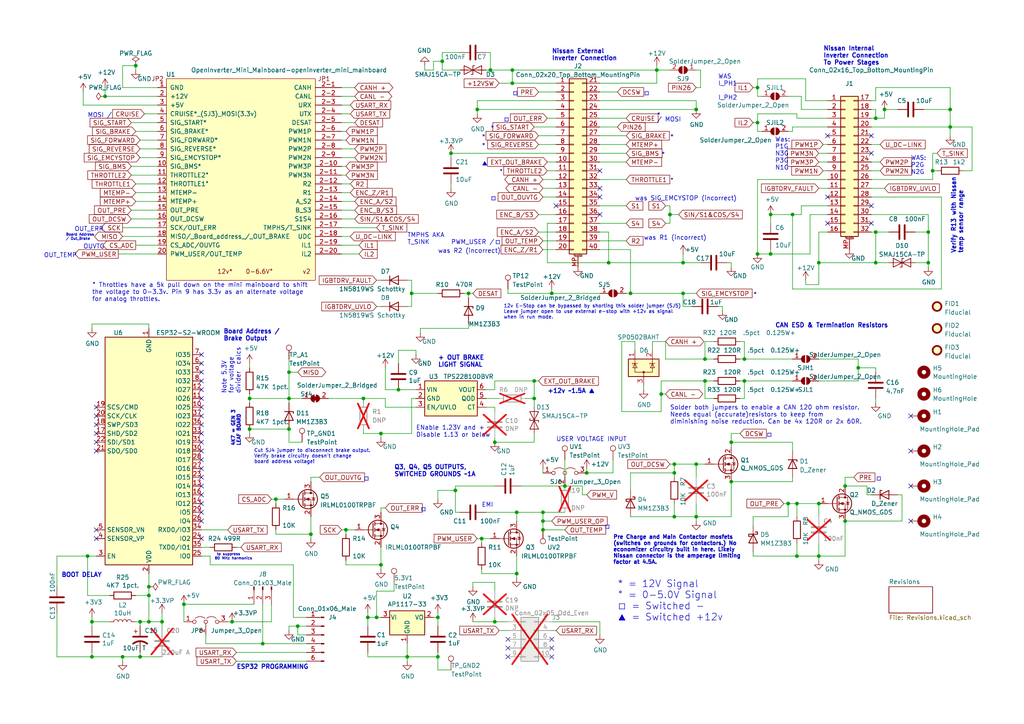
<source format=kicad_sch>
(kicad_sch (version 20230121) (generator eeschema)
  (paper "A4")
  (title_block (title "Gen 3 Nissan Leaf Mini Mainboard Adapter") (date "2024-03-29") (rev "V0.0.4"))
  (junction (at 43.18 180.34))
  (junction (at 149.86 148.59))
  (junction (at 245.11 151.13))
  (junction (at 39.37 19.05))
  (junction (at 275.59 36.83))
  (junction (at 212.09 139.7))
  (junction (at 40.64 190.5))
  (junction (at 72.39 115.57))
  (junction (at 223.52 73.66))
  (junction (at 229.87 62.23))
  (junction (at 118.11 190.5))
  (junction (at 154.94 115.57))
  (junction (at 53.34 175.26))
  (junction (at 160.02 85.09))
  (junction (at 191.77 114.3))
  (junction (at 201.93 31.75))
  (junction (at 109.22 179.07))
  (junction (at 237.49 161.29))
  (junction (at 163.83 140.97))
  (junction (at 245.11 140.97))
  (junction (at 154.94 110.49))
  (junction (at 128.27 17.78))
  (junction (at 237.49 76.2))
  (junction (at 219.71 25.4))
  (junction (at 72.39 124.46))
  (junction (at 67.31 180.34))
  (junction (at 110.49 163.83))
  (junction (at 248.92 106.68))
  (junction (at 182.88 85.09))
  (junction (at 143.51 128.27))
  (junction (at 170.18 137.16))
  (junction (at 157.48 151.13))
  (junction (at 195.58 149.86))
  (junction (at 195.58 134.62))
  (junction (at 83.82 107.95))
  (junction (at 83.82 124.46))
  (junction (at 269.24 76.2))
  (junction (at 148.59 20.32))
  (junction (at 190.5 20.32))
  (junction (at 80.01 144.78))
  (junction (at 269.24 67.31))
  (junction (at 204.47 110.49))
  (junction (at 223.52 62.23))
  (junction (at 275.59 31.75))
  (junction (at 139.7 156.21))
  (junction (at 100.33 153.67))
  (junction (at 231.14 146.05))
  (junction (at 43.18 172.72))
  (junction (at 215.9 110.49))
  (junction (at 90.17 154.94))
  (junction (at 176.53 76.2))
  (junction (at 40.64 180.34))
  (junction (at 105.41 115.57))
  (junction (at 228.6 146.05))
  (junction (at 254 34.29))
  (junction (at 26.67 180.34))
  (junction (at 26.67 190.5))
  (junction (at 30.48 27.94))
  (junction (at 130.81 44.45))
  (junction (at 132.08 142.24))
  (junction (at 201.93 134.62))
  (junction (at 148.59 24.13))
  (junction (at 106.68 179.07))
  (junction (at 219.71 35.56))
  (junction (at 127 190.5))
  (junction (at 86.36 181.61))
  (junction (at 138.43 31.75))
  (junction (at 212.09 128.27))
  (junction (at 43.18 170.18))
  (junction (at 198.12 76.2))
  (junction (at 157.48 148.59))
  (junction (at 215.9 104.14))
  (junction (at 195.58 137.16))
  (junction (at 110.49 125.73))
  (junction (at 25.4 161.29))
  (junction (at 254 67.31))
  (junction (at 254 76.2))
  (junction (at 119.38 85.09))
  (junction (at 135.89 85.09))
  (junction (at 231.14 161.29))
  (junction (at 256.54 31.75))
  (junction (at 142.24 20.32))
  (junction (at 201.93 149.86))
  (junction (at 115.57 113.03))
  (junction (at 83.82 115.57))
  (junction (at 127 179.07))
  (junction (at 35.56 190.5))
  (junction (at 204.47 104.14))
  (junction (at 194.31 62.23))
  (junction (at 149.86 166.37))
  (junction (at 143.51 180.34))
  (junction (at 76.2 186.69))
  (junction (at 157.48 153.67))
  (junction (at 46.99 180.34))
  (junction (at 270.51 49.53))
  (junction (at 237.49 146.05))
  (junction (at 198.12 85.09))
  (junction (at 219.71 73.66))
  (no_connect (at 252.73 39.37))
  (no_connect (at 173.99 57.15))
  (no_connect (at 252.73 59.69))
  (no_connect (at 58.42 120.65))
  (no_connect (at 58.42 156.21))
  (no_connect (at 160.02 185.42))
  (no_connect (at 173.99 49.53))
  (no_connect (at 240.03 39.37))
  (no_connect (at 27.94 128.27))
  (no_connect (at 58.42 143.51))
  (no_connect (at 240.03 57.15))
  (no_connect (at 147.32 185.42))
  (no_connect (at 58.42 115.57))
  (no_connect (at 160.02 190.5))
  (no_connect (at 58.42 125.73))
  (no_connect (at 27.94 130.81))
  (no_connect (at 58.42 107.95))
  (no_connect (at 58.42 118.11))
  (no_connect (at 147.32 190.5))
  (no_connect (at 27.94 153.67))
  (no_connect (at 173.99 62.23))
  (no_connect (at 240.03 64.77))
  (no_connect (at 58.42 135.89))
  (no_connect (at 27.94 156.21))
  (no_connect (at 252.73 44.45))
  (no_connect (at 58.42 113.03))
  (no_connect (at 252.73 64.77))
  (no_connect (at 58.42 105.41))
  (no_connect (at 58.42 140.97))
  (no_connect (at 58.42 146.05))
  (no_connect (at 58.42 148.59))
  (no_connect (at 58.42 130.81))
  (no_connect (at 264.16 120.65))
  (no_connect (at 264.16 130.81))
  (no_connect (at 264.16 151.13))
  (no_connect (at 264.16 140.97))
  (no_connect (at 58.42 151.13))
  (no_connect (at 160.02 187.96))
  (no_connect (at 58.42 133.35))
  (no_connect (at 58.42 128.27))
  (no_connect (at 27.94 118.11))
  (no_connect (at 58.42 123.19))
  (no_connect (at 161.29 59.69))
  (no_connect (at 147.32 187.96))
  (no_connect (at 58.42 102.87))
  (no_connect (at 58.42 110.49))
  (no_connect (at 173.99 54.61))
  (no_connect (at 27.94 123.19))
  (no_connect (at 58.42 138.43))
  (no_connect (at 27.94 120.65))
  (no_connect (at 27.94 125.73))
  (wire (pts (xy 270.51 49.53) (xy 270.51 52.07)))
  (wire (pts (xy 83.82 104.14) (xy 83.82 107.95)))
  (wire (pts (xy 40.64 190.5) (xy 40.64 189.23)))
  (wire (pts (xy 254 115.57) (xy 254 116.84)))
  (wire (pts (xy 201.93 29.21) (xy 201.93 31.75)))
  (wire (pts (xy 151.13 140.97) (xy 163.83 140.97)))
  (wire (pts (xy 127 144.78) (xy 127 142.24)))
  (wire (pts (xy 90.17 149.86) (xy 90.17 154.94)))
  (wire (pts (xy 173.99 52.07) (xy 181.61 52.07)))
  (wire (pts (xy 43.18 95.25) (xy 43.18 93.98)))
  (wire (pts (xy 231.14 157.48) (xy 231.14 161.29)))
  (wire (pts (xy 207.01 99.06) (xy 204.47 99.06)))
  (wire (pts (xy 78.74 144.78) (xy 80.01 144.78)))
  (wire (pts (xy 252.73 41.91) (xy 255.27 41.91)))
  (wire (pts (xy 212.09 139.7) (xy 212.09 149.86)))
  (wire (pts (xy 273.05 57.15) (xy 273.05 83.82)))
  (wire (pts (xy 190.5 24.13) (xy 190.5 20.32)))
  (wire (pts (xy 228.6 146.05) (xy 231.14 146.05)))
  (wire (pts (xy 219.71 25.4) (xy 219.71 22.86)))
  (wire (pts (xy 140.97 118.11) (xy 143.51 118.11)))
  (wire (pts (xy 218.44 161.29) (xy 231.14 161.29)))
  (wire (pts (xy 191.77 114.3) (xy 193.04 114.3)))
  (wire (pts (xy 182.88 72.39) (xy 182.88 85.09)))
  (wire (pts (xy 132.08 142.24) (xy 132.08 140.97)))
  (wire (pts (xy 176.53 67.31) (xy 173.99 67.31)))
  (wire (pts (xy 120.65 101.6) (xy 120.65 102.87)))
  (wire (pts (xy 238.76 146.05) (xy 237.49 146.05)))
  (wire (pts (xy 72.39 114.3) (xy 72.39 115.57)))
  (wire (pts (xy 223.52 72.39) (xy 223.52 73.66)))
  (wire (pts (xy 252.73 31.75) (xy 254 31.75)))
  (wire (pts (xy 26.67 93.98) (xy 26.67 95.25)))
  (wire (pts (xy 248.92 106.68) (xy 254 106.68)))
  (wire (pts (xy 228.6 27.94) (xy 232.41 27.94)))
  (wire (pts (xy 193.04 104.14) (xy 193.04 99.06)))
  (wire (pts (xy 201.93 149.86) (xy 212.09 149.86)))
  (wire (pts (xy 110.49 179.07) (xy 109.22 179.07)))
  (wire (pts (xy 143.51 118.11) (xy 143.51 119.38)))
  (wire (pts (xy 154.94 110.49) (xy 156.21 110.49)))
  (wire (pts (xy 128.27 15.24) (xy 128.27 17.78)))
  (wire (pts (xy 34.29 73.66) (xy 45.72 73.66)))
  (wire (pts (xy 111.76 113.03) (xy 115.57 113.03)))
  (wire (pts (xy 156.21 62.23) (xy 161.29 62.23)))
  (wire (pts (xy 26.67 181.61) (xy 26.67 180.34)))
  (wire (pts (xy 218.44 160.02) (xy 218.44 161.29)))
  (wire (pts (xy 115.57 105.41) (xy 115.57 101.6)))
  (wire (pts (xy 261.62 151.13) (xy 261.62 143.51)))
  (wire (pts (xy 78.74 180.34) (xy 67.31 180.34)))
  (wire (pts (xy 119.38 125.73) (xy 110.49 125.73)))
  (wire (pts (xy 237.49 44.45) (xy 240.03 44.45)))
  (wire (pts (xy 99.06 33.02) (xy 101.6 33.02)))
  (wire (pts (xy 39.37 38.1) (xy 45.72 38.1)))
  (wire (pts (xy 237.49 146.05) (xy 237.49 149.86)))
  (wire (pts (xy 248.92 104.14) (xy 248.92 106.68)))
  (wire (pts (xy 134.62 85.09) (xy 135.89 85.09)))
  (wire (pts (xy 173.99 24.13) (xy 190.5 24.13)))
  (wire (pts (xy 219.71 27.94) (xy 219.71 25.4)))
  (wire (pts (xy 140.97 113.03) (xy 143.51 113.03)))
  (wire (pts (xy 58.42 158.75) (xy 60.96 158.75)))
  (wire (pts (xy 181.61 85.09) (xy 182.88 85.09)))
  (wire (pts (xy 40.64 40.64) (xy 45.72 40.64)))
  (wire (pts (xy 177.8 137.16) (xy 177.8 133.35)))
  (wire (pts (xy 40.64 45.72) (xy 45.72 45.72)))
  (wire (pts (xy 265.43 67.31) (xy 269.24 67.31)))
  (wire (pts (xy 218.44 25.4) (xy 219.71 25.4)))
  (wire (pts (xy 95.25 115.57) (xy 105.41 115.57)))
  (wire (pts (xy 238.76 41.91) (xy 240.03 41.91)))
  (wire (pts (xy 157.48 54.61) (xy 161.29 54.61)))
  (wire (pts (xy 102.87 45.72) (xy 99.06 45.72)))
  (wire (pts (xy 228.6 146.05) (xy 228.6 149.86)))
  (wire (pts (xy 26.67 179.07) (xy 26.67 180.34)))
  (wire (pts (xy 133.35 148.59) (xy 132.08 148.59)))
  (wire (pts (xy 16.51 190.5) (xy 26.67 190.5)))
  (wire (pts (xy 248.92 110.49) (xy 237.49 110.49)))
  (wire (pts (xy 123.19 20.32) (xy 125.73 20.32)))
  (wire (pts (xy 83.82 128.27) (xy 87.63 128.27)))
  (wire (pts (xy 40.64 180.34) (xy 43.18 180.34)))
  (wire (pts (xy 39.37 53.34) (xy 45.72 53.34)))
  (wire (pts (xy 204.47 115.57) (xy 204.47 110.49)))
  (wire (pts (xy 215.9 115.57) (xy 215.9 110.49)))
  (wire (pts (xy 237.49 54.61) (xy 240.03 54.61)))
  (wire (pts (xy 143.51 127) (xy 143.51 128.27)))
  (wire (pts (xy 139.7 166.37) (xy 139.7 165.1)))
  (wire (pts (xy 173.99 72.39) (xy 182.88 72.39)))
  (wire (pts (xy 173.99 34.29) (xy 181.61 34.29)))
  (wire (pts (xy 58.42 161.29) (xy 60.96 161.29)))
  (wire (pts (xy 66.04 180.34) (xy 67.31 180.34)))
  (wire (pts (xy 30.48 27.94) (xy 45.72 27.94)))
  (wire (pts (xy 25.4 161.29) (xy 27.94 161.29)))
  (wire (pts (xy 99.06 53.34) (xy 101.6 53.34)))
  (wire (pts (xy 86.36 181.61) (xy 83.82 181.61)))
  (wire (pts (xy 254 25.4) (xy 254 29.21)))
  (wire (pts (xy 173.99 64.77) (xy 181.61 64.77)))
  (wire (pts (xy 201.93 25.4) (xy 203.2 25.4)))
  (wire (pts (xy 100.33 153.67) (xy 100.33 154.94)))
  (wire (pts (xy 273.05 83.82) (xy 229.87 83.82)))
  (wire (pts (xy 143.51 171.45) (xy 143.51 168.91)))
  (wire (pts (xy 88.9 184.15) (xy 86.36 184.15)))
  (wire (pts (xy 106.68 189.23) (xy 106.68 190.5)))
  (wire (pts (xy 215.9 110.49) (xy 214.63 110.49)))
  (wire (pts (xy 203.2 20.32) (xy 201.93 20.32)))
  (wire (pts (xy 182.88 149.86) (xy 195.58 149.86)))
  (wire (pts (xy 161.29 29.21) (xy 138.43 29.21)))
  (wire (pts (xy 99.06 30.48) (xy 101.6 30.48)))
  (wire (pts (xy 133.35 15.24) (xy 128.27 15.24)))
  (wire (pts (xy 180.34 99.06) (xy 184.15 99.06)))
  (wire (pts (xy 119.38 115.57) (xy 119.38 125.73)))
  (wire (pts (xy 140.97 115.57) (xy 144.78 115.57)))
  (wire (pts (xy 254 106.68) (xy 254 107.95)))
  (wire (pts (xy 39.37 20.32) (xy 39.37 19.05)))
  (wire (pts (xy 254 76.2) (xy 257.81 76.2)))
  (wire (pts (xy 139.7 156.21) (xy 139.7 157.48)))
  (wire (pts (xy 105.41 115.57) (xy 105.41 116.84)))
  (wire (pts (xy 111.76 147.32) (xy 110.49 147.32)))
  (wire (pts (xy 109.22 88.9) (xy 110.49 88.9)))
  (wire (pts (xy 223.52 73.66) (xy 234.95 73.66)))
  (wire (pts (xy 157.48 151.13) (xy 157.48 153.67)))
  (wire (pts (xy 195.58 134.62) (xy 195.58 137.16)))
  (wire (pts (xy 195.58 137.16) (xy 195.58 138.43)))
  (wire (pts (xy 142.24 20.32) (xy 148.59 20.32)))
  (wire (pts (xy 173.99 36.83) (xy 179.07 36.83)))
  (wire (pts (xy 238.76 49.53) (xy 240.03 49.53)))
  (wire (pts (xy 157.48 148.59) (xy 157.48 151.13)))
  (wire (pts (xy 194.31 62.23) (xy 196.85 62.23)))
  (wire (pts (xy 39.37 55.88) (xy 45.72 55.88)))
  (wire (pts (xy 38.1 60.96) (xy 45.72 60.96)))
  (wire (pts (xy 35.56 190.5) (xy 40.64 190.5)))
  (wire (pts (xy 160.02 182.88) (xy 161.29 182.88)))
  (wire (pts (xy 38.1 48.26) (xy 45.72 48.26)))
  (wire (pts (xy 76.2 186.69) (xy 88.9 186.69)))
  (wire (pts (xy 237.49 161.29) (xy 245.11 161.29)))
  (wire (pts (xy 209.55 88.9) (xy 208.28 88.9)))
  (wire (pts (xy 219.71 38.1) (xy 219.71 35.56)))
  (wire (pts (xy 127 194.31) (xy 127 190.5)))
  (wire (pts (xy 219.71 22.86) (xy 233.68 22.86)))
  (wire (pts (xy 168.91 143.51) (xy 170.18 143.51)))
  (wire (pts (xy 279.4 49.53) (xy 281.94 49.53)))
  (wire (pts (xy 39.37 180.34) (xy 40.64 180.34)))
  (wire (pts (xy 148.59 20.32) (xy 148.59 24.13)))
  (wire (pts (xy 176.53 76.2) (xy 176.53 67.31)))
  (wire (pts (xy 127 181.61) (xy 127 179.07)))
  (wire (pts (xy 143.51 128.27) (xy 154.94 128.27)))
  (wire (pts (xy 99.06 58.42) (xy 102.87 58.42)))
  (wire (pts (xy 231.14 161.29) (xy 237.49 161.29)))
  (wire (pts (xy 152.4 115.57) (xy 154.94 115.57)))
  (wire (pts (xy 149.86 167.64) (xy 149.86 166.37)))
  (wire (pts (xy 229.87 128.27) (xy 229.87 130.81)))
  (wire (pts (xy 35.56 190.5) (xy 35.56 191.77)))
  (wire (pts (xy 127 142.24) (xy 132.08 142.24)))
  (wire (pts (xy 161.29 31.75) (xy 138.43 31.75)))
  (wire (pts (xy 128.27 17.78) (xy 125.73 17.78)))
  (wire (pts (xy 68.58 191.77) (xy 88.9 191.77)))
  (wire (pts (xy 201.93 146.05) (xy 201.93 149.86)))
  (wire (pts (xy 275.59 25.4) (xy 275.59 31.75)))
  (wire (pts (xy 210.82 76.2) (xy 212.09 76.2)))
  (wire (pts (xy 119.38 85.09) (xy 119.38 88.9)))
  (wire (pts (xy 119.38 85.09) (xy 127 85.09)))
  (wire (pts (xy 43.18 170.18) (xy 43.18 172.72)))
  (wire (pts (xy 161.29 24.13) (xy 148.59 24.13)))
  (wire (pts (xy 237.49 157.48) (xy 237.49 161.29)))
  (wire (pts (xy 138.43 156.21) (xy 139.7 156.21)))
  (wire (pts (xy 232.41 31.75) (xy 240.03 31.75)))
  (wire (pts (xy 38.1 63.5) (xy 45.72 63.5)))
  (wire (pts (xy 194.31 62.23) (xy 194.31 64.77)))
  (wire (pts (xy 173.99 46.99) (xy 181.61 46.99)))
  (wire (pts (xy 135.89 85.09) (xy 135.89 86.36)))
  (wire (pts (xy 193.04 59.69) (xy 194.31 59.69)))
  (wire (pts (xy 194.31 59.69) (xy 194.31 62.23)))
  (wire (pts (xy 110.49 125.73) (xy 110.49 127)))
  (wire (pts (xy 147.32 83.82) (xy 147.32 85.09)))
  (wire (pts (xy 127 194.31) (xy 130.81 194.31)))
  (wire (pts (xy 127 177.8) (xy 127 179.07)))
  (wire (pts (xy 132.08 148.59) (xy 132.08 142.24)))
  (wire (pts (xy 154.94 115.57) (xy 154.94 118.11)))
  (wire (pts (xy 232.41 27.94) (xy 232.41 31.75)))
  (wire (pts (xy 170.18 135.89) (xy 170.18 137.16)))
  (wire (pts (xy 245.11 151.13) (xy 245.11 161.29)))
  (wire (pts (xy 90.17 138.43) (xy 90.17 139.7)))
  (wire (pts (xy 157.48 52.07) (xy 161.29 52.07)))
  (wire (pts (xy 193.04 104.14) (xy 204.47 104.14)))
  (wire (pts (xy 143.51 110.49) (xy 143.51 113.03)))
  (wire (pts (xy 72.39 115.57) (xy 72.39 116.84)))
  (wire (pts (xy 219.71 52.07) (xy 219.71 73.66)))
  (wire (pts (xy 194.31 64.77) (xy 193.04 64.77)))
  (wire (pts (xy 90.17 156.21) (xy 90.17 154.94)))
  (wire (pts (xy 214.63 115.57) (xy 215.9 115.57)))
  (wire (pts (xy 109.22 81.28) (xy 110.49 81.28)))
  (wire (pts (xy 137.16 180.34) (xy 143.51 180.34)))
  (wire (pts (xy 157.48 57.15) (xy 161.29 57.15)))
  (wire (pts (xy 99.06 43.18) (xy 102.87 43.18)))
  (wire (pts (xy 140.97 20.32) (xy 142.24 20.32)))
  (wire (pts (xy 30.48 25.4) (xy 30.48 27.94)))
  (wire (pts (xy 252.73 46.99) (xy 255.27 46.99)))
  (wire (pts (xy 83.82 115.57) (xy 83.82 116.84)))
  (wire (pts (xy 237.49 161.29) (xy 237.49 162.56)))
  (wire (pts (xy 24.13 30.48) (xy 45.72 30.48)))
  (wire (pts (xy 58.42 153.67) (xy 66.04 153.67)))
  (wire (pts (xy 43.18 180.34) (xy 46.99 180.34)))
  (wire (pts (xy 83.82 115.57) (xy 87.63 115.57)))
  (wire (pts (xy 204.47 99.06) (xy 204.47 104.14)))
  (wire (pts (xy 215.9 99.06) (xy 215.9 104.14)))
  (wire (pts (xy 85.09 163.83) (xy 85.09 179.07)))
  (wire (pts (xy 176.53 76.2) (xy 198.12 76.2)))
  (wire (pts (xy 158.75 46.99) (xy 161.29 46.99)))
  (wire (pts (xy 35.56 68.58) (xy 45.72 68.58)))
  (wire (pts (xy 130.81 44.45) (xy 161.29 44.45)))
  (wire (pts (xy 182.88 137.16) (xy 195.58 137.16)))
  (wire (pts (xy 16.51 170.18) (xy 16.51 161.29)))
  (wire (pts (xy 219.71 52.07) (xy 240.03 52.07)))
  (wire (pts (xy 228.6 38.1) (xy 229.87 38.1)))
  (wire (pts (xy 252.73 67.31) (xy 254 67.31)))
  (wire (pts (xy 232.41 62.23) (xy 229.87 62.23)))
  (wire (pts (xy 212.09 129.54) (xy 212.09 128.27)))
  (wire (pts (xy 16.51 177.8) (xy 16.51 190.5)))
  (wire (pts (xy 154.94 36.83) (xy 161.29 36.83)))
  (wire (pts (xy 139.7 156.21) (xy 142.24 156.21)))
  (wire (pts (xy 220.98 27.94) (xy 219.71 27.94)))
  (wire (pts (xy 198.12 85.09) (xy 201.93 85.09)))
  (wire (pts (xy 214.63 99.06) (xy 215.9 99.06)))
  (wire (pts (xy 156.21 41.91) (xy 161.29 41.91)))
  (wire (pts (xy 161.29 64.77) (xy 158.75 64.77)))
  (wire (pts (xy 254 31.75) (xy 254 34.29)))
  (wire (pts (xy 109.22 171.45) (xy 114.3 171.45)))
  (wire (pts (xy 190.5 20.32) (xy 194.31 20.32)))
  (wire (pts (xy 160.02 83.82) (xy 160.02 85.09)))
  (wire (pts (xy 182.88 137.16) (xy 182.88 142.24)))
  (wire (pts (xy 254 34.29) (xy 256.54 34.29)))
  (wire (pts (xy 207.01 115.57) (xy 204.47 115.57)))
  (wire (pts (xy 212.09 125.73) (xy 214.63 125.73)))
  (wire (pts (xy 99.06 55.88) (xy 101.6 55.88)))
  (wire (pts (xy 173.99 39.37) (xy 181.61 39.37)))
  (wire (pts (xy 252.73 62.23) (xy 269.24 62.23)))
  (wire (pts (xy 92.71 138.43) (xy 90.17 138.43)))
  (wire (pts (xy 114.3 171.45) (xy 114.3 168.91)))
  (wire (pts (xy 99.06 50.8) (xy 100.33 50.8)))
  (wire (pts (xy 218.44 152.4) (xy 218.44 149.86)))
  (wire (pts (xy 252.73 36.83) (xy 275.59 36.83)))
  (wire (pts (xy 99.06 60.96) (xy 102.87 60.96)))
  (wire (pts (xy 237.49 67.31) (xy 240.03 67.31)))
  (wire (pts (xy 130.81 53.34) (xy 130.81 54.61)))
  (wire (pts (xy 149.86 148.59) (xy 157.48 148.59)))
  (wire (pts (xy 99.06 38.1) (xy 100.33 38.1)))
  (wire (pts (xy 137.16 168.91) (xy 137.16 170.18)))
  (wire (pts (xy 119.38 81.28) (xy 119.38 85.09)))
  (wire (pts (xy 254 25.4) (xy 275.59 25.4)))
  (wire (pts (xy 256.54 31.75) (xy 256.54 34.29)))
  (wire (pts (xy 39.37 71.12) (xy 45.72 71.12)))
  (wire (pts (xy 229.87 83.82) (xy 229.87 62.23)))
  (wire (pts (xy 118.11 186.69) (xy 118.11 190.5)))
  (wire (pts (xy 118.11 190.5) (xy 127 190.5)))
  (wire (pts (xy 24.13 26.67) (xy 24.13 30.48)))
  (wire (pts (xy 144.78 24.13) (xy 148.59 24.13)))
  (wire (pts (xy 237.49 46.99) (xy 240.03 46.99)))
  (wire (pts (xy 281.94 49.53) (xy 281.94 36.83)))
  (wire (pts (xy 40.64 43.18) (xy 45.72 43.18)))
  (wire (pts (xy 173.99 44.45) (xy 181.61 44.45)))
  (wire (pts (xy 140.97 148.59) (xy 149.86 148.59)))
  (wire (pts (xy 269.24 76.2) (xy 269.24 77.47)))
  (wire (pts (xy 156.21 67.31) (xy 161.29 67.31)))
  (wire (pts (xy 269.24 67.31) (xy 269.24 76.2)))
  (wire (pts (xy 173.99 29.21) (xy 201.93 29.21)))
  (wire (pts (xy 31.75 172.72) (xy 25.4 172.72)))
  (wire (pts (xy 83.82 107.95) (xy 86.36 107.95)))
  (wire (pts (xy 86.36 184.15) (xy 86.36 181.61)))
  (wire (pts (xy 80.01 154.94) (xy 80.01 153.67)))
  (wire (pts (xy 229.87 110.49) (xy 215.9 110.49)))
  (wire (pts (xy 118.11 191.77) (xy 118.11 190.5)))
  (wire (pts (xy 218.44 149.86) (xy 228.6 149.86)))
  (wire (pts (xy 231.14 34.29) (xy 240.03 34.29)))
  (wire (pts (xy 106.68 179.07) (xy 106.68 177.8)))
  (wire (pts (xy 173.99 69.85) (xy 181.61 69.85)))
  (wire (pts (xy 115.57 101.6) (xy 120.65 101.6)))
  (wire (pts (xy 115.57 113.03) (xy 120.65 113.03)))
  (wire (pts (xy 40.64 190.5) (xy 46.99 190.5)))
  (wire (pts (xy 60.96 161.29) (xy 60.96 163.83)))
  (wire (pts (xy 195.58 134.62) (xy 201.93 134.62)))
  (wire (pts (xy 143.51 168.91) (xy 137.16 168.91)))
  (wire (pts (xy 100.33 153.67) (xy 102.87 153.67)))
  (wire (pts (xy 198.12 76.2) (xy 203.2 76.2)))
  (wire (pts (xy 157.48 135.89) (xy 157.48 137.16)))
  (wire (pts (xy 99.06 48.26) (xy 100.33 48.26)))
  (wire (pts (xy 40.64 180.34) (xy 40.64 181.61)))
  (wire (pts (xy 138.43 29.21) (xy 138.43 31.75)))
  (wire (pts (xy 99.06 35.56) (xy 102.87 35.56)))
  (wire (pts (xy 85.09 179.07) (xy 88.9 179.07)))
  (wire (pts (xy 252.73 57.15) (xy 273.05 57.15)))
  (wire (pts (xy 212.09 128.27) (xy 212.09 125.73)))
  (wire (pts (xy 245.11 151.13) (xy 261.62 151.13)))
  (wire (pts (xy 220.98 38.1) (xy 219.71 38.1)))
  (wire (pts (xy 252.73 29.21) (xy 254 29.21)))
  (wire (pts (xy 53.34 175.26) (xy 53.34 180.34)))
  (wire (pts (xy 231.14 146.05) (xy 231.14 149.86)))
  (wire (pts (xy 157.48 72.39) (xy 161.29 72.39)))
  (wire (pts (xy 43.18 93.98) (xy 26.67 93.98)))
  (wire (pts (xy 209.55 90.17) (xy 209.55 88.9)))
  (wire (pts (xy 275.59 31.75) (xy 275.59 36.83)))
  (wire (pts (xy 237.49 104.14) (xy 248.92 104.14)))
  (wire (pts (xy 38.1 35.56) (xy 45.72 35.56)))
  (wire (pts (xy 128.27 17.78) (xy 128.27 20.32)))
  (wire (pts (xy 99.06 71.12) (xy 104.14 71.12)))
  (wire (pts (xy 135.89 93.98) (xy 135.89 95.25)))
  (wire (pts (xy 223.52 62.23) (xy 223.52 64.77)))
  (wire (pts (xy 100.33 163.83) (xy 100.33 162.56)))
  (wire (pts (xy 215.9 104.14) (xy 229.87 104.14)))
  (wire (pts (xy 270.51 44.45) (xy 270.51 49.53)))
  (wire (pts (xy 101.6 68.58) (xy 99.06 68.58)))
  (wire (pts (xy 80.01 144.78) (xy 82.55 144.78)))
  (wire (pts (xy 163.83 133.35) (xy 163.83 140.97)))
  (wire (pts (xy 120.65 118.11) (xy 111.76 118.11)))
  (wire (pts (xy 232.41 59.69) (xy 232.41 62.23)))
  (wire (pts (xy 254 67.31) (xy 257.81 67.31)))
  (wire (pts (xy 158.75 34.29) (xy 161.29 34.29)))
  (wire (pts (xy 245.11 140.97) (xy 251.46 140.97)))
  (wire (pts (xy 43.18 166.37) (xy 43.18 170.18)))
  (wire (pts (xy 201.93 149.86) (xy 201.93 151.13)))
  (wire (pts (xy 38.1 50.8) (xy 45.72 50.8)))
  (wire (pts (xy 267.97 31.75) (xy 275.59 31.75)))
  (wire (pts (xy 281.94 36.83) (xy 275.59 36.83)))
  (wire (pts (xy 203.2 25.4) (xy 203.2 20.32)))
  (wire (pts (xy 201.93 134.62) (xy 201.93 138.43)))
  (wire (pts (xy 184.15 99.06) (xy 184.15 101.6)))
  (wire (pts (xy 158.75 64.77) (xy 158.75 76.2)))
  (wire (pts (xy 204.47 104.14) (xy 207.01 104.14)))
  (wire (pts (xy 72.39 115.57) (xy 83.82 115.57)))
  (wire (pts (xy 59.69 184.15) (xy 59.69 186.69)))
  (wire (pts (xy 72.39 105.41) (xy 72.39 106.68)))
  (wire (pts (xy 72.39 124.46) (xy 72.39 125.73)))
  (wire (pts (xy 158.75 49.53) (xy 161.29 49.53)))
  (wire (pts (xy 143.51 179.07) (xy 143.51 180.34)))
  (wire (pts (xy 139.7 166.37) (xy 149.86 166.37)))
  (wire (pts (xy 16.51 161.29) (xy 25.4 161.29)))
  (wire (pts (xy 109.22 179.07) (xy 106.68 179.07)))
  (wire (pts (xy 252.73 49.53) (xy 255.27 49.53)))
  (wire (pts (xy 149.86 161.29) (xy 149.86 166.37)))
  (wire (pts (xy 198.12 88.9) (xy 198.12 85.09)))
  (wire (pts (xy 231.14 34.29) (xy 231.14 33.02)))
  (wire (pts (xy 275.59 36.83) (xy 275.59 39.37)))
  (wire (pts (xy 121.92 95.25) (xy 121.92 96.52)))
  (wire (pts (xy 223.52 62.23) (xy 229.87 62.23)))
  (wire (pts (xy 251.46 140.97) (xy 251.46 143.51)))
  (wire (pts (xy 110.49 165.1) (xy 110.49 163.83)))
  (wire (pts (xy 237.49 82.55) (xy 233.68 82.55)))
  (wire (pts (xy 160.02 180.34) (xy 173.99 180.34)))
  (wire (pts (xy 237.49 76.2) (xy 237.49 67.31)))
  (wire (pts (xy 148.59 20.32) (xy 190.5 20.32)))
  (wire (pts (xy 26.67 189.23) (xy 26.67 190.5)))
  (wire (pts (xy 142.24 15.24) (xy 140.97 15.24)))
  (wire (pts (xy 157.48 69.85) (xy 161.29 69.85)))
  (wire (pts (xy 25.4 172.72) (xy 25.4 161.29)))
  (wire (pts (xy 245.11 138.43) (xy 245.11 140.97)))
  (wire (pts (xy 26.67 180.34) (xy 31.75 180.34)))
  (wire (pts (xy 154.94 115.57) (xy 154.94 110.49)))
  (wire (pts (xy 237.49 76.2) (xy 237.49 82.55)))
  (wire (pts (xy 121.92 95.25) (xy 135.89 95.25)))
  (wire (pts (xy 260.35 143.51) (xy 261.62 143.51)))
  (wire (pts (xy 110.49 158.75) (xy 110.49 163.83)))
  (wire (pts (xy 191.77 110.49) (xy 191.77 114.3)))
  (wire (pts (xy 229.87 36.83) (xy 229.87 38.1)))
  (wire (pts (xy 154.94 128.27) (xy 154.94 125.73)))
  (wire (pts (xy 170.18 137.16) (xy 177.8 137.16)))
  (wire (pts (xy 111.76 118.11) (xy 111.76 115.57)))
  (wire (pts (xy 99.06 25.4) (xy 102.87 25.4)))
  (wire (pts (xy 149.86 148.59) (xy 149.86 151.13)))
  (wire (pts (xy 254 67.31) (xy 254 76.2)))
  (wire (pts (xy 157.48 148.59) (xy 163.83 148.59)))
  (wire (pts (xy 35.56 25.4) (xy 45.72 25.4)))
  (wire (pts (xy 41.91 33.02) (xy 45.72 33.02)))
  (wire (pts (xy 46.99 180.34) (xy 46.99 182.88)))
  (wire (pts (xy 158.75 76.2) (xy 176.53 76.2)))
  (wire (pts (xy 173.99 41.91) (xy 181.61 41.91)))
  (wire (pts (xy 271.78 44.45) (xy 270.51 44.45)))
  (wire (pts (xy 80.01 144.78) (xy 80.01 146.05)))
  (wire (pts (xy 190.5 19.05) (xy 190.5 20.32)))
  (wire (pts (xy 120.65 115.57) (xy 119.38 115.57)))
  (wire (pts (xy 99.06 63.5) (xy 102.87 63.5)))
  (wire (pts (xy 123.19 19.05) (xy 123.19 20.32)))
  (wire (pts (xy 59.69 186.69) (xy 76.2 186.69)))
  (wire (pts (xy 99.06 66.04) (xy 109.22 66.04)))
  (wire (pts (xy 110.49 147.32) (xy 110.49 148.59)))
  (wire (pts (xy 142.24 20.32) (xy 142.24 15.24)))
  (wire (pts (xy 173.99 180.34) (xy 173.99 184.15)))
  (wire (pts (xy 229.87 139.7) (xy 229.87 138.43)))
  (wire (pts (xy 111.76 106.68) (xy 111.76 113.03)))
  (wire (pts (xy 72.39 124.46) (xy 83.82 124.46)))
  (wire (pts (xy 252.73 34.29) (xy 254 34.29)))
  (wire (pts (xy 189.23 99.06) (xy 189.23 101.6)))
  (wire (pts (xy 231.14 146.05) (xy 237.49 146.05)))
  (wire (pts (xy 105.41 115.57) (xy 111.76 115.57)))
  (wire (pts (xy 191.77 110.49) (xy 204.47 110.49)))
  (wire (pts (xy 39.37 172.72) (xy 43.18 172.72)))
  (wire (pts (xy 200.66 88.9) (xy 198.12 88.9)))
  (wire (pts (xy 105.41 124.46) (xy 105.41 125.73)))
  (wire (pts (xy 173.99 59.69) (xy 181.61 59.69)))
  (wire (pts (xy 35.56 19.05) (xy 35.56 25.4)))
  (wire (pts (xy 83.82 115.57) (xy 83.82 107.95)))
  (wire (pts (xy 43.18 172.72) (xy 43.18 180.34)))
  (wire (pts (xy 173.99 31.75) (xy 201.93 31.75)))
  (wire (pts (xy 118.11 88.9) (xy 119.38 88.9)))
  (wire (pts (xy 168.91 140.97) (xy 168.91 143.51)))
  (wire (pts (xy 109.22 179.07) (xy 109.22 171.45)))
  (wire (pts (xy 68.58 189.23) (xy 88.9 189.23)))
  (wire (pts (xy 193.04 99.06) (xy 189.23 99.06)))
  (wire (pts (xy 156.21 26.67) (xy 161.29 26.67)))
  (wire (pts (xy 219.71 35.56) (xy 219.71 33.02)))
  (wire (pts (xy 234.95 62.23) (xy 234.95 73.66)))
  (wire (pts (xy 60.96 163.83) (xy 85.09 163.83)))
  (wire (pts (xy 157.48 151.13) (xy 160.02 151.13)))
  (wire (pts (xy 256.54 31.75) (xy 260.35 31.75)))
  (wire (pts (xy 118.11 81.28) (xy 119.38 81.28)))
  (wire (pts (xy 219.71 33.02) (xy 231.14 33.02)))
  (wire (pts (xy 180.34 119.38) (xy 180.34 99.06)))
  (wire (pts (xy 252.73 52.07) (xy 270.51 52.07)))
  (wire (pts (xy 106.68 181.61) (xy 106.68 179.07)))
  (wire (pts (xy 270.51 49.53) (xy 271.78 49.53)))
  (wire (pts (xy 212.09 139.7) (xy 229.87 139.7)))
  (wire (pts (xy 83.82 124.46) (xy 83.82 128.27)))
  (wire (pts (xy 99.06 40.64) (xy 100.33 40.64)))
  (wire (pts (xy 248.92 106.68) (xy 248.92 110.49)))
  (wire (pts (xy 80.01 154.94) (xy 90.17 154.94)))
  (wire (pts (xy 240.03 59.69) (xy 232.41 59.69)))
  (wire (pts (xy 147.32 85.09) (xy 160.02 85.09)))
  (wire (pts (xy 212.09 76.2) (xy 212.09 77.47)))
  (wire (pts (xy 125.73 179.07) (xy 127 179.07)))
  (wire (pts (xy 100.33 163.83) (xy 110.49 163.83)))
  (wire (pts (xy 245.11 138.43) (xy 247.65 138.43)))
  (wire (pts (xy 212.09 128.27) (xy 229.87 128.27)))
  (wire (pts (xy 195.58 149.86) (xy 201.93 149.86)))
  (wire (pts (xy 26.67 190.5) (xy 35.56 190.5)))
  (wire (pts (xy 254 76.2) (xy 237.49 76.2)))
  (wire (pts (xy 143.51 180.34) (xy 147.32 180.34)))
  (wire (pts (xy 195.58 146.05) (xy 195.58 149.86)))
  (wire (pts (xy 39.37 58.42) (xy 45.72 58.42)))
  (wire (pts (xy 147.32 182.88) (xy 144.78 182.88)))
  (wire (pts (xy 143.51 110.49) (xy 154.94 110.49)))
  (wire (pts (xy 269.24 62.23) (xy 269.24 67.31)))
  (wire (pts (xy 233.68 81.28) (xy 233.68 82.55)))
  (wire (pts (xy 88.9 181.61) (xy 86.36 181.61)))
  (wire (pts (xy 251.46 143.51) (xy 252.73 143.51)))
  (wire (pts (xy 127 190.5) (xy 127 189.23)))
  (wire (pts (xy 105.41 125.73) (xy 110.49 125.73)))
  (wire (pts (xy 229.87 36.83) (xy 240.03 36.83)))
  (wire (pts (xy 138.43 31.75) (xy 138.43 33.02)))
  (wire (pts (xy 182.88 85.09) (xy 198.12 85.09)))
  (wire (pts (xy 160.02 85.09) (xy 173.99 85.09)))
  (wire (pts (xy 132.08 140.97) (xy 143.51 140.97)))
  (wire (pts (xy 252.73 54.61) (xy 256.54 54.61)))
  (wire (pts (xy 240.03 29.21) (xy 233.68 29.21)))
  (wire (pts (xy 78.74 175.26) (xy 78.74 180.34)))
  (wire (pts (xy 53.34 175.26) (xy 73.66 175.26)))
  (wire (pts (xy 99.06 27.94) (xy 102.87 27.94)))
  (wire (pts (xy 191.77 119.38) (xy 180.34 119.38)))
  (wire (pts (xy 163.83 140.97) (xy 168.91 140.97)))
  (wire (pts (xy 191.77 114.3) (xy 191.77 119.38)))
  (wire (pts (xy 173.99 26.67) (xy 179.07 26.67)))
  (wire (pts (xy 157.48 153.67) (xy 163.83 153.67)))
  (wire (pts (xy 83.82 181.61) (xy 83.82 182.88)))
  (wire (pts (xy 130.81 44.45) (xy 130.81 45.72)))
  (wire (pts (xy 214.63 104.14) (xy 215.9 104.14)))
  (wire (pts (xy 194.31 134.62) (xy 195.58 134.62)))
  (wire (pts (xy 125.73 20.32) (xy 125.73 17.78)))
  (wire (pts (xy 219.71 73.66) (xy 223.52 73.66)))
  (wire (pts (xy 233.68 29.21) (xy 233.68 22.86)))
  (wire (pts (xy 218.44 35.56) (xy 219.71 35.56)))
  (wire (pts (xy 35.56 66.04) (xy 45.72 66.04)))
  (wire (pts (xy 201.93 134.62) (xy 204.47 134.62)))
  (wire (pts (xy 46.99 180.34) (xy 46.99 177.8)))
  (wire (pts (xy 68.58 158.75) (xy 69.85 158.75)))
  (wire (pts (xy 99.06 153.67) (xy 100.33 153.67)))
  (wire (pts (xy 99.06 73.66) (xy 104.14 73.66)))
  (wire (pts (xy 135.89 85.09) (xy 137.16 85.09)))
  (wire (pts (xy 204.47 110.49) (xy 207.01 110.49)))
  (wire (pts (xy 76.2 175.26) (xy 76.2 186.69)))
  (wire (pts (xy 156.21 39.37) (xy 161.29 39.37)))
  (wire (pts (xy 133.35 20.32) (xy 128.27 20.32)))
  (wire (pts (xy 265.43 76.2) (xy 269.24 76.2)))
  (wire (pts (xy 198.12 73.66) (xy 198.12 76.2)))
  (wire (pts (xy 186.69 111.76) (xy 186.69 113.03)))
  (wire (pts (xy 227.33 146.05) (xy 228.6 146.05)))
  (wire (pts (xy 106.68 190.5) (xy 118.11 190.5)))
  (wire (pts (xy 39.37 19.05) (xy 35.56 19.05)))
  (wire (pts (xy 240.03 62.23) (xy 234.95 62.23)))
  (text "PWM_USER /" (at 130.81 71.12 0) (effects (font (size 1.27 1.27)) (justify left bottom)))
  (text "°" (at 194.31 53.34 0) (effects (font (size 1.27 1.27)) (justify left bottom)))
  (text "°" (at 144.78 50.8 0) (effects (font (size 1.27 1.27)) (justify left bottom)))
  (text "4K7 = GEN 3\nLEAF BOARD" (at 69.85 129.54 90) (effects (font (size 1 1) (thickness 0.254) bold) (justify left bottom)))
  (text "OUT_ERR" (at 21.59 67.31 0) (effects (font (size 1.27 1.27)) (justify left bottom)))
  (text "/ MOSI" (at 190.5 35.56 0) (effects (font (size 1.27 1.27)) (justify left bottom)))
  (text "+ OUT BRAKE\nLIGHT SIGNAL" (at 127 106.68 0) (effects (font (size 1.27 1.27) (thickness 0.254) bold) (justify left bottom)))
  (text "□" (at 222.25 127 0) (effects (font (size 1.27 1.27)) (justify left bottom)))
  (text "□" (at 254 139.7 0) (effects (font (size 1.27 1.27)) (justify left bottom)))
  (text "Was: \nP1G\nN3G\nP3G\nN1G" (at 224.79 49.53 0) (effects (font (size 1.27 1.27)) (justify left bottom)))
  (text "BOOT DELAY" (at 17.78 167.64 0) (effects (font (size 1.27 1.27) (thickness 0.254) bold) (justify left bottom)))
  (text "TMPHS AKA\nT_SINK" (at 118.11 71.12 0) (effects (font (size 1.27 1.27)) (justify left bottom)))
  (text "MOSI / " (at 25.4 34.29 0) (effects (font (size 1.27 1.27)) (justify left bottom)))
  (text "*" (at 190.5 34.29 0) (effects (font (size 1.27 1.27)) (justify left bottom)))
  (text "*" (at 142.24 38.1 0) (effects (font (size 1.27 1.27)) (justify left bottom)))
  (text "* = 12V Signal\n° = 0-5.0V Signal\n□ = Switched -\n▲ = Switched +12v" (at 179.07 180.34 0) (effects (font (size 2 2)) (justify left bottom)))
  (text "EMI" (at 139.7 147.32 0) (effects (font (size 1.27 1.27)) (justify left bottom)))
  (text "Solder both jumpers to enable a CAN 120 ohm resistor.\nNeeds equal (accurate)resistors to keep from \ndiminishing noise reduction. Can be 4x 120R or 2x 60R." (at 194.31 123.19 0) (effects (font (size 1.27 1.27)) (justify left bottom)))
  (text "CAN ESD & Termination Resistors" (at 224.79 95.25 0) (effects (font (size 1.27 1.27) (thickness 0.254) bold) (justify left bottom)))
  (text "Board Address\n/ Out_Brake" (at 19.05 69.85 0) (effects (font (size 0.75 0.75)) (justify left bottom)))
  (text "□" (at 121.92 148.59 0) (effects (font (size 1.27 1.27)) (justify left bottom)))
  (text "□" (at 105.41 139.7 0) (effects (font (size 1.27 1.27)) (justify left bottom)))
  (text "Nissan Internal\nInverter Connection\nTo Power Stages" (at 238.76 19.05 0) (effects (font (size 1.27 1.27) (thickness 0.254) bold) (justify left bottom)))
  (text "was R2 (incorrect)" (at 127 73.66 0) (effects (font (size 1.27 1.27)) (justify left bottom)))
  (text "ESP32 PROGRAMMING" (at 68.58 194.31 0) (effects (font (size 1.27 1.27) (thickness 0.254) bold) (justify left bottom)))
  (text "□" (at 146.05 35.56 0) (effects (font (size 1.27 1.27)) (justify left bottom)))
  (text "Board Address /\nBrake Output" (at 64.77 99.06 0) (effects (font (size 1.27 1.27) (thickness 0.254) bold) (justify left bottom)))
  (text "was R1 (incorrect)" (at 186.69 69.85 0) (effects (font (size 1.27 1.27)) (justify left bottom)))
  (text "WAS\nI_PH1\n\nI_PH2" (at 208.28 29.21 0) (effects (font (size 1.27 1.27)) (justify left bottom)))
  (text "+12v ~1.5A ▲" (at 158.75 114.3 0) (effects (font (size 1.27 1.27) (thickness 0.254) bold) (justify left bottom)))
  (text "12v E-Stop can be bypassed by shorting this solder jumper (SJ5)\nLeave jumper open to use external e-stop with +12v as signal\nwhen in run mode. " (at 146.05 92.71 0) (effects (font (size 1 1)) (justify left bottom)))
  (text "° Throttles have a 5k pull down on the mini mainboard to shift\nthe voltage to 0-3.3v. Pin 9 has 3.3v as an alternate voltage\nfor analog throttles." (at 26.67 87.63 0) (effects (font (size 1.27 1.27)) (justify left bottom)))
  (text "*" (at 218.44 86.36 0) (effects (font (size 1.27 1.27)) (justify left bottom)))
  (text "□" (at 142.24 58.42 0) (effects (font (size 1.27 1.27)) (justify left bottom)))
  (text "Nissan External \nInverter Connection" (at 160.02 17.78 0) (effects (font (size 1.27 1.27) (thickness 0.254) bold) (justify left bottom)))
  (text "USER VOLTAGE INPUT" (at 161.29 128.27 0) (effects (font (size 1.27 1.27)) (justify left bottom)))
  (text "*" (at 139.7 40.64 0) (effects (font (size 1.27 1.27)) (justify left bottom)))
  (text "Pre Charge and Main Contactor mosfets\n(switches on grounds for contactors.) No\neconomizer circuitry built in here. Likely\nNissan connector is the amperage limiting\nfactor at 4.5A." (at 177.8 163.83 0) (effects (font (size 1.125 1.125) (thickness 0.254) bold) (justify left bottom)))
  (text "Note 5.3V\nfor voltage\ndivider  calcs" (at 69.85 114.3 90) (effects (font (size 1.27 1.27)) (justify left bottom)))
  (text "□" (at 148.59 27.94 0) (effects (font (size 1.27 1.27)) (justify left bottom)))
  (text "Verify R13 with Nissan\ntemp sensor range" (at 279.4 73.66 90) (effects (font (size 1.27 1.27) (thickness 0.254) bold) (justify left bottom)))
  (text "OUVTG" (at 24.13 72.39 0) (effects (font (size 1.27 1.27)) (justify left bottom)))
  (text "was SIG_EMCYSTOP (incorrect)" (at 184.15 58.42 0) (effects (font (size 1.27 1.27)) (justify left bottom)))
  (text "□" (at 143.51 71.12 0) (effects (font (size 1.27 1.27)) (justify left bottom)))
  (text "▲" (at 139.7 48.26 0) (effects (font (size 1.27 1.27)) (justify left bottom)))
  (text "□" (at 175.26 153.67 0) (effects (font (size 1.27 1.27)) (justify left bottom)))
  (text "Cut SJ4 jumper to disconnect brake output. \nVerify brake circuitry doesn't change\nboard address voltage!" (at 73.66 134.62 0) (effects (font (size 1 1)) (justify left bottom)))
  (text "WAS:\nP2G\nN2G" (at 264.16 50.8 0) (effects (font (size 1.27 1.27)) (justify left bottom)))
  (text "ENable 1.23V and +\nDisable 1.13 or below" (at 120.65 127 0) (effects (font (size 1.27 1.27)) (justify left bottom)))
  (text " to suppress \n80 MHz harmonics" (at 62.23 162.56 0) (effects (font (size 0.762 0.762)) (justify left bottom)))
  (text "OUT_TEMP" (at 12.7 74.93 0) (effects (font (size 1.27 1.27)) (justify left bottom)))
  (text "*" (at 191.77 45.72 0) (effects (font (size 1.27 1.27)) (justify left bottom)))
  (text "*" (at 139.7 43.18 0) (effects (font (size 1.27 1.27)) (justify left bottom)))
  (text "Q3, Q4, Q5 OUTPUTS,\nSWITCHED GROUNDS ~1A" (at 114.3 138.43 0) (effects (font (size 1.27 1.27) (thickness 0.254) bold) (justify left bottom)))
  (text "*" (at 194.31 40.64 0) (effects (font (size 1.27 1.27)) (justify left bottom)))
  (text "□" (at 186.69 27.94 0) (effects (font (size 1.27 1.27)) (justify left bottom)))
  (global_label "ENC_Z{slash}R1" (shape input) (at 101.6 55.88 0) (property "Intersheetrefs" "${INTERSHEET_REFS}" (effects hide)))
  (global_label "IGBTDRV_FAULT" (shape input) (at 237.49 54.61 180) (property "Intersheetrefs" "${INTERSHEET_REFS}" (effects hide)))
  (global_label "SIG_START" (shape input) (at 38.1 35.56 180) (property "Intersheetrefs" "${INTERSHEET_REFS}" (effects hide)))
  (global_label "CS_ADC" (shape output) (at 39.37 71.12 180) (property "Intersheetrefs" "${INTERSHEET_REFS}" (effects hide)))
  (global_label "OUT_DCSW" (shape input) (at 38.1 63.5 180) (property "Intersheetrefs" "${INTERSHEET_REFS}" (effects hide)))
  (global_label "CRUISE" (shape input) (at 181.61 34.29 0) (property "Intersheetrefs" "${INTERSHEET_REFS}" (effects hide)))
  (global_label "OUT_ERR" (shape input) (at 111.76 147.32 0) (property "Intersheetrefs" "${INTERSHEET_REFS}" (effects hide)))
  (global_label "S4" (shape input) (at 193.04 64.77 180) (property "Intersheetrefs" "${INTERSHEET_REFS}" (effects hide)))
  (global_label "THROTTLE2" (shape input) (at 158.75 49.53 180) (property "Intersheetrefs" "${INTERSHEET_REFS}" (effects hide)))
  (global_label "USART_RX" (shape input) (at 101.6 30.48 0) (property "Intersheetrefs" "${INTERSHEET_REFS}" (effects hide)))
  (global_label "SIG_REVERSE" (shape input) (at 156.21 41.91 180) (property "Intersheetrefs" "${INTERSHEET_REFS}" (effects hide)))
  (global_label "USART_TX" (shape input) (at 68.58 191.77 180) (property "Intersheetrefs" "${INTERSHEET_REFS}" (effects hide)))
  (global_label "OUT_OUVTG" (shape input) (at 157.48 57.15 180) (property "Intersheetrefs" "${INTERSHEET_REFS}" (effects hide)))
  (global_label "MTEMP-" (shape input) (at 181.61 46.99 0) (property "Intersheetrefs" "${INTERSHEET_REFS}" (effects hide)))
  (global_label "IL2" (shape input) (at 218.44 35.56 180) (property "Intersheetrefs" "${INTERSHEET_REFS}" (effects hide)))
  (global_label "EXT_OUT_BRAKE" (shape input) (at 156.21 110.49 0) (property "Intersheetrefs" "${INTERSHEET_REFS}" (effects hide)))
  (global_label "SIG_EMCYSTOP" (shape input) (at 40.64 45.72 180) (property "Intersheetrefs" "${INTERSHEET_REFS}" (effects hide)))
  (global_label "CANL -" (shape bidirectional) (at 102.87 27.94 0) (property "Intersheetrefs" "${INTERSHEET_REFS}" (effects hide)))
  (global_label "U_DC-LINK" (shape input) (at 101.6 68.58 0) (property "Intersheetrefs" "${INTERSHEET_REFS}" (effects hide)))
  (global_label "USART_TX" (shape input) (at 101.6 33.02 0) (property "Intersheetrefs" "${INTERSHEET_REFS}" (effects hide)))
  (global_label "CANL -" (shape bidirectional) (at 193.04 114.3 0) (property "Intersheetrefs" "${INTERSHEET_REFS}" (effects hide)))
  (global_label "THROTTLE2" (shape input) (at 38.1 50.8 180) (property "Intersheetrefs" "${INTERSHEET_REFS}" (effects hide)))
  (global_label "PWM1P" (shape input) (at 238.76 41.91 180) (property "Intersheetrefs" "${INTERSHEET_REFS}" (effects hide)))
  (global_label "OUT_TEMP" (shape input) (at 157.48 69.85 180) (property "Intersheetrefs" "${INTERSHEET_REFS}" (effects hide)))
  (global_label "PRE" (shape input) (at 247.65 138.43 0) (property "Intersheetrefs" "${INTERSHEET_REFS}" (effects hide)))
  (global_label "PWM2P" (shape input) (at 102.87 43.18 0) (property "Intersheetrefs" "${INTERSHEET_REFS}" (effects hide)))
  (global_label "IL2" (shape input) (at 104.14 73.66 0) (property "Intersheetrefs" "${INTERSHEET_REFS}" (effects hide)))
  (global_label "T_SINK" (shape input) (at 109.22 66.04 0) (property "Intersheetrefs" "${INTERSHEET_REFS}" (effects hide)))
  (global_label "T_SINK" (shape input) (at 271.78 44.45 0) (property "Intersheetrefs" "${INTERSHEET_REFS}" (effects hide)))
  (global_label "IL1" (shape input) (at 104.14 71.12 0) (property "Intersheetrefs" "${INTERSHEET_REFS}" (effects hide)))
  (global_label "PWM_USER_OP" (shape input) (at 160.02 151.13 0) (property "Intersheetrefs" "${INTERSHEET_REFS}" (effects hide)))
  (global_label "PWM2N" (shape input) (at 255.27 49.53 0) (property "Intersheetrefs" "${INTERSHEET_REFS}" (effects hide)))
  (global_label "R2" (shape input) (at 101.6 53.34 0) (property "Intersheetrefs" "${INTERSHEET_REFS}" (effects hide)))
  (global_label "SIG_FORWARD" (shape input) (at 156.21 39.37 180) (property "Intersheetrefs" "${INTERSHEET_REFS}" (effects hide)))
  (global_label "PWM3N" (shape input) (at 100.33 50.8 0) (property "Intersheetrefs" "${INTERSHEET_REFS}" (effects hide)))
  (global_label "PWM2N" (shape input) (at 102.87 45.72 0) (property "Intersheetrefs" "${INTERSHEET_REFS}" (effects hide)))
  (global_label "MTEMP+" (shape input) (at 39.37 58.42 180) (property "Intersheetrefs" "${INTERSHEET_REFS}" (effects hide)))
  (global_label "S1" (shape input) (at 193.04 59.69 180) (property "Intersheetrefs" "${INTERSHEET_REFS}" (effects hide)))
  (global_label "CANL -" (shape bidirectional) (at 157.48 54.61 180) (property "Intersheetrefs" "${INTERSHEET_REFS}" (effects hide)))
  (global_label "+12VSW" (shape input) (at 144.78 24.13 180) (property "Intersheetrefs" "${INTERSHEET_REFS}" (effects hide)))
  (global_label "PIN26" (shape input) (at 201.93 25.4 180) (property "Intersheetrefs" "${INTERSHEET_REFS}" (effects hide)))
  (global_label "S4" (shape input) (at 181.61 64.77 0) (property "Intersheetrefs" "${INTERSHEET_REFS}" (effects hide)))
  (global_label "R2" (shape input) (at 181.61 69.85 0) (property "Intersheetrefs" "${INTERSHEET_REFS}" (effects hide)))
  (global_label "SIG_START" (shape input) (at 154.94 36.83 180) (property "Intersheetrefs" "${INTERSHEET_REFS}" (effects hide)))
  (global_label "SCK" (shape input) (at 99.06 153.67 180) (property "Intersheetrefs" "${INTERSHEET_REFS}" (effects hide)))
  (global_label "USART_TX" (shape input) (at 144.78 182.88 180) (property "Intersheetrefs" "${INTERSHEET_REFS}" (effects hide)))
  (global_label "OUT_ERR" (shape input) (at 158.75 34.29 180) (property "Intersheetrefs" "${INTERSHEET_REFS}" (effects hide)))
  (global_label "OUT_PRE" (shape input) (at 227.33 146.05 180) (property "Intersheetrefs" "${INTERSHEET_REFS}" (effects hide)))
  (global_label "PWM3P" (shape input) (at 237.49 46.99 180) (property "Intersheetrefs" "${INTERSHEET_REFS}" (effects hide)))
  (global_label "DCSW" (shape input) (at 179.07 26.67 0) (property "Intersheetrefs" "${INTERSHEET_REFS}" (effects hide)))
  (global_label "THROTTLE1" (shape input) (at 181.61 52.07 0) (property "Intersheetrefs" "${INTERSHEET_REFS}" (effects hide)))
  (global_label "CANH +" (shape bidirectional) (at 102.87 25.4 0) (property "Intersheetrefs" "${INTERSHEET_REFS}" (effects hide)))
  (global_label "ENC_Z{slash}R1" (shape input) (at 157.48 72.39 180) (property "Intersheetrefs" "${INTERSHEET_REFS}" (effects hide)))
  (global_label "IGBTDRV_UVLO" (shape input) (at 109.22 88.9 180) (property "Intersheetrefs" "${INTERSHEET_REFS}" (effects hide)))
  (global_label "SIG_FORWARD" (shape input) (at 40.64 40.64 180) (property "Intersheetrefs" "${INTERSHEET_REFS}" (effects hide)))
  (global_label "IGBTDRV_UVLO" (shape input) (at 256.54 54.61 0) (property "Intersheetrefs" "${INTERSHEET_REFS}" (effects hide)))
  (global_label "EXT_OUT_BRAKE" (shape input) (at 158.75 46.99 180) (property "Intersheetrefs" "${INTERSHEET_REFS}" (effects hide)))
  (global_label "CS_ADC" (shape input) (at 78.74 144.78 180) (property "Intersheetrefs" "${INTERSHEET_REFS}" (effects hide)))
  (global_label "USART_RX" (shape input) (at 69.85 158.75 0) (property "Intersheetrefs" "${INTERSHEET_REFS}" (effects hide)))
  (global_label "SIG_BMS" (shape input) (at 38.1 48.26 180) (property "Intersheetrefs" "${INTERSHEET_REFS}" (effects hide)))
  (global_label "SCK" (shape output) (at 35.56 66.04 180) (property "Intersheetrefs" "${INTERSHEET_REFS}" (effects hide)))
  (global_label "PIN26" (shape input) (at 179.07 36.83 0) (property "Intersheetrefs" "${INTERSHEET_REFS}" (effects hide)))
  (global_label "PRE" (shape input) (at 156.21 26.67 180) (property "Intersheetrefs" "${INTERSHEET_REFS}" (effects hide)))
  (global_label "IGBTDRV_FAULT" (shape input) (at 109.22 81.28 180) (property "Intersheetrefs" "${INTERSHEET_REFS}" (effects hide)))
  (global_label "ENC_A{slash}S2" (shape input) (at 156.21 67.31 180) (property "Intersheetrefs" "${INTERSHEET_REFS}" (effects hide)))
  (global_label "S1" (shape input) (at 181.61 59.69 0) (property "Intersheetrefs" "${INTERSHEET_REFS}" (effects hide)))
  (global_label "ENC_A{slash}S2" (shape input) (at 102.87 58.42 0) (property "Intersheetrefs" "${INTERSHEET_REFS}" (effects hide)))
  (global_label "MTEMP-" (shape input) (at 39.37 55.88 180) (property "Intersheetrefs" "${INTERSHEET_REFS}" (effects hide)))
  (global_label "CANH +" (shape bidirectional) (at 157.48 52.07 180) (property "Intersheetrefs" "${INTERSHEET_REFS}" (effects hide)))
  (global_label "THROTTLE1" (shape input) (at 39.37 53.34 180) (property "Intersheetrefs" "${INTERSHEET_REFS}" (effects hide)))
  (global_label "ENC_B{slash}S3" (shape input) (at 156.21 62.23 180) (property "Intersheetrefs" "${INTERSHEET_REFS}" (effects hide)))
  (global_label "USART_RX" (shape input) (at 68.58 189.23 180) (property "Intersheetrefs" "${INTERSHEET_REFS}" (effects hide)))
  (global_label "DCSW" (shape input) (at 214.63 125.73 0) (property "Intersheetrefs" "${INTERSHEET_REFS}" (effects hide)))
  (global_label "PWM1P" (shape input) (at 100.33 38.1 0) (property "Intersheetrefs" "${INTERSHEET_REFS}" (effects hide)))
  (global_label "OUT_TEMP" (shape input) (at 163.83 153.67 0) (property "Intersheetrefs" "${INTERSHEET_REFS}" (effects hide)))
  (global_label "OUT_PRE" (shape input) (at 38.1 60.96 180) (property "Intersheetrefs" "${INTERSHEET_REFS}" (effects hide)))
  (global_label "PWM1N" (shape input) (at 100.33 40.64 0) (property "Intersheetrefs" "${INTERSHEET_REFS}" (effects hide)))
  (global_label "DESAT" (shape input) (at 102.87 35.56 0) (property "Intersheetrefs" "${INTERSHEET_REFS}" (effects hide)))
  (global_label "PWM1N" (shape input) (at 238.76 49.53 180) (property "Intersheetrefs" "${INTERSHEET_REFS}" (effects hide)))
  (global_label "USART_TX" (shape input) (at 66.04 153.67 0) (property "Intersheetrefs" "${INTERSHEET_REFS}" (effects hide)))
  (global_label "SIG_BRAKE" (shape input) (at 39.37 38.1 180) (property "Intersheetrefs" "${INTERSHEET_REFS}" (effects hide)))
  (global_label "SIN{slash}S1&COS{slash}S4" (shape input) (at 196.85 62.23 0) (property "Intersheetrefs" "${INTERSHEET_REFS}" (effects hide)))
  (global_label "PWM_V" (shape input) (at 170.18 143.51 0) (property "Intersheetrefs" "${INTERSHEET_REFS}" (effects hide)))
  (global_label "OUT_DCSW" (shape input) (at 194.31 134.62 180) (property "Intersheetrefs" "${INTERSHEET_REFS}" (effects hide)))
  (global_label "PWM_USER" (shape output) (at 34.29 73.66 180) (property "Intersheetrefs" "${INTERSHEET_REFS}" (effects hide)))
  (global_label "SIG_BMS" (shape input) (at 181.61 44.45 0) (property "Intersheetrefs" "${INTERSHEET_REFS}" (effects hide)))
  (global_label "PWM3N" (shape input) (at 237.49 44.45 180) (property "Intersheetrefs" "${INTERSHEET_REFS}" (effects hide)))
  (global_label "SIG_BRAKE" (shape input) (at 181.61 39.37 0) (property "Intersheetrefs" "${INTERSHEET_REFS}" (effects hide)))
  (global_label "MISO" (shape bidirectional) (at 86.36 107.95 0) (property "Intersheetrefs" "${INTERSHEET_REFS}" (effects hide)))
  (global_label "ENC_B{slash}S3" (shape input) (at 102.87 60.96 0) (property "Intersheetrefs" "${INTERSHEET_REFS}" (effects hide)))
  (global_label "DESAT" (shape input) (at 137.16 85.09 0) (property "Intersheetrefs" "${INTERSHEET_REFS}" (effects hide)))
  (global_label "MISO" (shape bidirectional) (at 35.56 68.58 180) (property "Intersheetrefs" "${INTERSHEET_REFS}" (effects hide)))
  (global_label "CRUISE" (shape input) (at 41.91 33.02 180) (property "Intersheetrefs" "${INTERSHEET_REFS}" (effects hide)))
  (global_label "USART_RX" (shape input) (at 161.29 182.88 0) (property "Intersheetrefs" "${INTERSHEET_REFS}" (effects hide)))
  (global_label "IL1" (shape input) (at 218.44 25.4 180) (property "Intersheetrefs" "${INTERSHEET_REFS}" (effects hide)))
  (global_label "CANH +" (shape bidirectional) (at 193.04 99.06 0) (property "Intersheetrefs" "${INTERSHEET_REFS}" (effects hide)))
  (global_label "MTEMP+" (shape input) (at 181.61 41.91 0) (property "Intersheetrefs" "${INTERSHEET_REFS}" (effects hide)))
  (global_label "SIG_EMCYSTOP" (shape input) (at 201.93 85.09 0) (property "Intersheetrefs" "${INTERSHEET_REFS}" (effects hide)))
  (global_label "U_DC-LINK" (shape input) (at 255.27 41.91 0) (property "Intersheetrefs" "${INTERSHEET_REFS}" (effects hide)))
  (global_label "PWM3P" (shape input) (at 100.33 48.26 0) (property "Intersheetrefs" "${INTERSHEET_REFS}" (effects hide)))
  (global_label "SIN{slash}S1&COS{slash}S4" (shape input) (at 102.87 63.5 0) (property "Intersheetrefs" "${INTERSHEET_REFS}" (effects hide)))
  (global_label "SIG_REVERSE" (shape input) (at 40.64 43.18 180) (property "Intersheetrefs" "${INTERSHEET_REFS}" (effects hide)))
  (global_label "OUT_OUVTG" (shape input) (at 92.71 138.43 0) (property "Intersheetrefs" "${INTERSHEET_REFS}" (effects hide)))
  (global_label "PWM_USER" (shape input) (at 138.43 156.21 180) (property "Intersheetrefs" "${INTERSHEET_REFS}" (effects hide)))
  (global_label "PWM2P" (shape input) (at 255.27 46.99 0) (property "Intersheetrefs" "${INTERSHEET_REFS}" (effects hide)))
  (symbol (lib_id "Device:Q_NMOS_GDS") (at 209.55 134.62 0) (unit 1)
    (property "Reference" "Q1" (at 214.7316 133.4516 0) (effects (justify left)))
    (property "Value" "Q_NMOS_GDS" (at 214.7316 135.763 0) (effects (justify left)))
    (property "Footprint" "Package_TO_SOT_SMD:TO-252-2" (effects hide))
    (property "LCSC Part" "C3017" (effects hide))
    (property "MFG Part #" "IRLR3410TRPBF" (effects hide))
    (property "Manufacturer" "Infineon Technologies" (effects hide))
    (property "JLCPCB Rotation Offset" "90" (effects hide))
    (property "JLCPCB Position Offset" "-1,0" (effects hide))
  )
  (symbol (lib_id "power:GND") (at 201.93 151.13 0) (unit 1)
    (property "Reference" "#PWR0101" (effects hide))
    (property "Value" "GND" (at 205.867 151.7142 0))
  )
  (symbol (lib_id "power:GND") (at 237.49 162.56 0) (unit 1)
    (property "Reference" "#PWR0102" (effects hide))
    (property "Value" "GND" (at 241.3 165.1 0))
  )
  (symbol (lib_id "power:GND") (at 39.37 20.32 0) (unit 1)
    (property "Reference" "#PWR0103" (effects hide))
    (property "Value" "GND" (at 41.91 22.86 0))
  )
  (symbol (lib_id "power:+12V") (at 30.48 25.4 0) (unit 1)
    (property "Reference" "#PWR0104" (effects hide))
    (property "Value" "+12V" (at 30.861 21.0058 0))
  )
  (symbol (lib_id "power:+5V") (at 24.13 26.67 0) (unit 1)
    (property "Reference" "#PWR0105" (effects hide))
    (property "Value" "+5V" (at 24.511 22.2758 0))
  )
  (symbol (lib_id "Mechanical:MountingHole_Pad") (at 266.7 120.65 270) (unit 1)
    (property "Reference" "H1" (at 270.51 119.4816 90) (effects (justify left)))
    (property "Value" "MountingHole_Pad" (at 266.7 124.46 90) (effects (justify left)))
    (property "Footprint" "MountingHole:MountingHole_4.3mm_M4_Pad_Via" (effects hide))
    (property "LCSC Part" "-" (effects hide))
    (property "MFG Part #" "-" (effects hide))
    (property "Manufacturer" "-" (effects hide))
  )
  (symbol (lib_id "Mechanical:MountingHole") (at 267.97 114.3 0) (unit 1)
    (property "Reference" "H6" (at 270.51 113.1316 0) (effects (justify left)))
    (property "Value" "MountingHole" (at 270.51 115.57 0) (effects (justify left)))
    (property "Footprint" "MountingHole:MountingHole_4.3mm_M4" (effects hide))
    (property "LCSC Part" "-" (effects hide))
    (property "MFG Part #" "-" (effects hide))
    (property "Manufacturer" "-" (effects hide))
  )
  (symbol (lib_id "Mechanical:MountingHole") (at 267.97 107.95 0) (unit 1)
    (property "Reference" "H5" (at 270.51 106.7816 0) (effects (justify left)))
    (property "Value" "MountingHole" (at 270.51 109.22 0) (effects (justify left)))
    (property "Footprint" "MountingHole:MountingHole_4.3mm_M4" (effects hide))
    (property "LCSC Part" "-" (effects hide))
    (property "MFG Part #" "-" (effects hide))
    (property "Manufacturer" "-" (effects hide))
  )
  (symbol (lib_id "Mechanical:MountingHole_Pad") (at 266.7 130.81 270) (unit 1)
    (property "Reference" "H2" (at 270.51 129.6416 90) (effects (justify left)))
    (property "Value" "MountingHole_Pad" (at 266.7 134.62 90) (effects (justify left)))
    (property "Footprint" "MountingHole:MountingHole_4.3mm_M4_Pad_Via" (effects hide))
    (property "LCSC Part" "-" (effects hide))
    (property "MFG Part #" "-" (effects hide))
    (property "Manufacturer" "-" (effects hide))
  )
  (symbol (lib_id "Mechanical:MountingHole_Pad") (at 266.7 140.97 270) (unit 1)
    (property "Reference" "H3" (at 270.51 139.8016 90) (effects (justify left)))
    (property "Value" "MountingHole_Pad" (at 266.7 144.78 90) (effects (justify left)))
    (property "Footprint" "MountingHole:MountingHole_4.3mm_M4_Pad_Via" (effects hide))
    (property "LCSC Part" "-" (effects hide))
    (property "MFG Part #" "-" (effects hide))
    (property "Manufacturer" "-" (effects hide))
  )
  (symbol (lib_id "Mechanical:MountingHole_Pad") (at 266.7 151.13 270) (unit 1)
    (property "Reference" "H4" (at 270.51 149.9616 90) (effects (justify left)))
    (property "Value" "MountingHole_Pad" (at 266.7 154.94 90) (effects (justify left)))
    (property "Footprint" "MountingHole:MountingHole_4.3mm_M4_Pad_Via" (effects hide))
    (property "LCSC Part" "-" (effects hide))
    (property "MFG Part #" "-" (effects hide))
    (property "Manufacturer" "-" (effects hide))
  )
  (symbol (lib_id "Device:R") (at 105.41 120.65 0) (unit 1) (in_bom no) (dnp yes)
    (property "Reference" "R1" (at 107.95 119.38 0) (effects (justify left)))
    (property "Value" "DNP" (at 107.95 121.92 0) (effects (justify left)))
    (property "Footprint" "Resistor_SMD:R_0805_2012Metric_Pad1.20x1.40mm_HandSolder" (effects hide))
  )
  (symbol (lib_id "Diode:BZX384xxxx") (at 135.89 90.17 270) (unit 1)
    (property "Reference" "D9" (at 137.922 89.3353 90) (effects (justify left)))
    (property "Value" "MM1Z3B3" (at 135.89 93.98 90) (effects (justify left)))
    (property "Footprint" "Diode_SMD:D_SOD-123" (effects hide))
    (property "LCSC Part" "C108453" (effects hide))
    (property "MFG Part #" "MM1Z3B3" (effects hide))
    (property "Manufacturer" "ST(Semtech)" (effects hide))
    (property "JLCPCB Rotation Offset" "180" (effects hide))
  )
  (symbol (lib_id "power:GND") (at 275.59 39.37 0) (unit 1)
    (property "Reference" "#PWR0106" (effects hide))
    (property "Value" "GND" (at 278.13 41.91 0))
  )
  (symbol (lib_id "power:+3.3V") (at 26.67 179.07 0) (unit 1)
    (property "Reference" "#PWR0139" (effects hide))
    (property "Value" "+3.3V" (at 27.051 174.6758 0))
  )
  (symbol (lib_id "Connector:TestPoint") (at 114.3 168.91 0) (unit 1)
    (property "Reference" "5.3V1" (at 114.3 167.64 0) (effects (justify left)))
    (property "Value" "TestPoint" (at 114.3 170.18 0) (effects (justify left)))
    (property "Footprint" "TestPoint:TestPoint_THTPad_D2.0mm_Drill1.0mm" (effects hide))
    (property "LCSC Part" "-" (effects hide))
    (property "Lower cost Alt." "-" (effects hide))
    (property "MFG Part #" "-" (effects hide))
    (property "Manufacturer" "-" (effects hide))
  )
  (symbol (lib_id "Device:C") (at 204.47 88.9 90) (unit 1)
    (property "Reference" "C18" (at 201.93 87.63 90) (effects (justify left)))
    (property "Value" "1uF" (at 209.55 87.63 90) (effects (justify left)))
    (property "Footprint" "Capacitor_SMD:C_0805_2012Metric_Pad1.18x1.45mm_HandSolder" (effects hide))
    (property "LCSC Part" "C28323" (effects hide))
    (property "MFG Part #" "CL21B105KBFNNNE" (effects hide))
    (property "Manufacturer" "Samsung" (effects hide))
    (property "Specs" "0805 X7R" (effects hide))
  )
  (symbol (lib_id "power:+12V") (at 190.5 19.05 0) (unit 1)
    (property "Reference" "#PWR0112" (effects hide))
    (property "Value" "+12V" (at 190.5 15.4742 0))
  )
  (symbol (lib_id "Connector:TestPoint") (at 130.81 194.31 0) (unit 1)
    (property "Reference" "TP_GND2" (at 130.81 193.04 0) (effects (justify left)))
    (property "Value" "TestPoint" (at 130.81 195.58 0) (effects (justify left)))
    (property "Footprint" "TestPoint:TestPoint_THTPad_D2.0mm_Drill1.0mm" (effects hide))
    (property "LCSC Part" "-" (effects hide))
    (property "Lower cost Alt." "-" (effects hide))
    (property "MFG Part #" "-" (effects hide))
    (property "Manufacturer" "-" (effects hide))
  )
  (symbol (lib_id "power:GND") (at 254 116.84 0) (unit 1)
    (property "Reference" "#PWR0131" (effects hide))
    (property "Value" "GND" (at 256.54 120.65 0))
  )
  (symbol (lib_id "Connector:TestPoint") (at 87.63 128.27 0) (unit 1)
    (property "Reference" "TP_GND1" (at 88.9 125.73 0) (effects (justify left)))
    (property "Value" "TestPoint" (at 88.9 128.27 0) (effects (justify left)))
    (property "Footprint" "TestPoint:TestPoint_THTPad_D2.0mm_Drill1.0mm" (effects hide))
    (property "LCSC Part" "-" (effects hide))
    (property "Lower cost Alt." "-" (effects hide))
    (property "MFG Part #" "-" (effects hide))
    (property "Manufacturer" "-" (effects hide))
  )
  (symbol (lib_id "Gen-3-Leaf-Adapter-rescue:CP1-Device") (at 46.99 186.69 0) (unit 1) (in_bom no) (dnp yes)
    (property "Reference" "C20" (at 48.26 182.88 0) (effects (justify left)))
    (property "Value" "220uF A" (at 46.99 189.23 0) (effects (justify left)))
    (property "Footprint" "Capacitor_SMD:CP_Elec_10x10.5" (effects hide))
    (property "Manufacturer" "-" (effects hide))
    (property "Specs" "10uF TANTALUM CASE A" (effects hide))
  )
  (symbol (lib_id "Device:D_Zener") (at 256.54 143.51 0) (unit 1)
    (property "Reference" "D2" (at 252.73 142.24 0))
    (property "Value" "D_Zener" (at 256.54 146.05 0))
    (property "Footprint" "Diode_SMD:D_SMB_Handsoldering" (effects hide))
    (property "LCSC Part" "C1972924" (effects hide))
    (property "Specs" "SMB 18-24V UNIDIRECTIONAL" (effects hide))
    (property "Lower cost Alt." "C80394/ P6SMB18A pref, C1972924 P6SMB20A alt." (effects hide))
  )
  (symbol (lib_id "Mechanical:Fiducial") (at 271.78 88.9 0) (unit 1) (in_bom no)
    (property "Reference" "FID1" (at 273.939 88.0653 0) (effects (justify left)))
    (property "Value" "Fiducial" (at 273.939 90.6022 0) (effects (justify left)))
    (property "Footprint" "Fiducial:Fiducial_1mm_Mask2mm" (effects hide))
    (property "LCSC Part" "-" (effects hide))
    (property "MFG Part #" "-" (effects hide))
    (property "Manufacturer" "-" (effects hide))
  )
  (symbol (lib_id "Device:C") (at 137.16 15.24 270) (unit 1)
    (property "Reference" "C7" (at 139.7 16.51 90))
    (property "Value" "100nF" (at 132.08 16.51 90))
    (property "Footprint" "Capacitor_SMD:C_0805_2012Metric_Pad1.18x1.45mm_HandSolder" (effects hide))
    (property "LCSC Part" "C28233" (effects hide))
    (property "Specs" "0805 100nF 80v or +" (effects hide))
    (property "MFG Part #" "CL21B104KCFNNNE" (effects hide))
    (property "Manufacturer" "Samsung" (effects hide))
  )
  (symbol (lib_id "Jumper:SolderJumper_2_Bridged") (at 91.44 115.57 0) (unit 1)
    (property "Reference" "SJ4" (at 88.9 114.3 0))
    (property "Value" "SolderJumper_2_Bridged" (at 97.79 111.76 0))
    (property "Footprint" "Jumper:SolderJumper-2_P1.3mm_Bridged_RoundedPad1.0x1.5mm" (effects hide))
    (property "LCSC Part" "-" (effects hide))
    (property "Lower cost Alt." "-" (effects hide))
    (property "MFG Part #" "-" (effects hide))
    (property "Manufacturer" "-" (effects hide))
  )
  (symbol (lib_id "Connector:Conn_01x06_Male") (at 93.98 184.15 0) (mirror y) (unit 1)
    (property "Reference" "J4" (at 95.25 179.07 0) (effects (justify right)))
    (property "Value" "Conn_01x06_Male" (at 86.36 176.53 0) (effects (justify right)))
    (property "Footprint" "Connector_PinHeader_2.54mm:PinHeader_1x06_P2.54mm_Vertical" (effects hide))
    (property "LCSC Part" "DNP" (effects hide))
    (property "JLCPCB Position Offset" "0, 0" (effects hide))
    (property "JLCPCB Rotation Offset" "-90" (effects hide))
    (property "MFG Part #" "-" (effects hide))
    (property "Manufacturer" "-" (effects hide))
  )
  (symbol (lib_id "power:+3.3VP") (at 67.31 180.34 0) (unit 1)
    (property "Reference" "#PWR0115" (effects hide))
    (property "Value" "+3.3VP" (at 71.12 177.8 0))
  )
  (symbol (lib_id "power:GND") (at 246.38 72.39 0) (unit 1)
    (property "Reference" "#PWR0133" (effects hide))
    (property "Value" "GND" (at 248.92 74.93 0))
  )
  (symbol (lib_id "Connector:TestPoint") (at 163.83 133.35 0) (unit 1)
    (property "Reference" "UV1" (at 165.1 129.54 0) (effects (justify left)))
    (property "Value" "TestPoint" (at 165.1 132.08 0) (effects (justify left)))
    (property "Footprint" "TestPoint:TestPoint_THTPad_D2.0mm_Drill1.0mm" (effects hide))
    (property "LCSC Part" "-" (effects hide))
    (property "Lower cost Alt." "-" (effects hide))
    (property "MFG Part #" "-" (effects hide))
    (property "Manufacturer" "-" (effects hide))
  )
  (symbol (lib_id "Device:R") (at 195.58 142.24 180) (unit 1)
    (property "Reference" "R7" (at 198.12 139.7 90))
    (property "Value" "10K" (at 198.12 144.78 90))
    (property "Footprint" "Resistor_SMD:R_0805_2012Metric_Pad1.20x1.40mm_HandSolder" (effects hide))
    (property "LCSC Part" "C17414" (effects hide))
    (property "MFG Part #" "0805W8F1002T5E" (effects hide))
    (property "Manufacturer" "UNI-ROYAL" (effects hide))
  )
  (symbol (lib_id "Device:C") (at 264.16 31.75 90) (unit 1)
    (property "Reference" "C5" (at 262.89 29.21 90) (effects (justify left)))
    (property "Value" "10uF" (at 270.51 29.21 90) (effects (justify left)))
    (property "Footprint" "Capacitor_SMD:C_0805_2012Metric_Pad1.18x1.45mm_HandSolder" (effects hide))
    (property "LCSC Part" "C15850" (effects hide))
    (property "MFG Part #" "CL21A106KAYNNNE" (effects hide))
    (property "Manufacturer" "Samsung" (effects hide))
    (property "Specs" "0805 X7R" (effects hide))
  )
  (symbol (lib_id "power:+12V") (at 160.02 83.82 0) (unit 1)
    (property "Reference" "#PWR0126" (effects hide))
    (property "Value" "+12V" (at 160.02 80.2442 0))
  )
  (symbol (lib_id "power:+3.3VP") (at 130.81 44.45 0) (unit 1)
    (property "Reference" "#PWR07" (effects hide))
    (property "Value" "+3.3VP" (at 130.81 40.8742 0))
  )
  (symbol (lib_id "Device:R") (at 72.39 110.49 0) (unit 1)
    (property "Reference" "R15" (at 74.168 109.6553 0) (effects (justify left)))
    (property "Value" "47K 1pct." (at 74.168 112.1922 0) (effects (justify left)))
    (property "Footprint" "Resistor_SMD:R_0805_2012Metric_Pad1.20x1.40mm_HandSolder" (effects hide))
    (property "LCSC Part" "C17713" (effects hide))
    (property "MFG Part #" "0805W8F4702T5E" (effects hide))
    (property "Manufacturer" "UNI-ROYAL" (effects hide))
  )
  (symbol (lib_id "Regulator_Linear:AP1117-33") (at 118.11 179.07 0) (unit 1)
    (property "Reference" "U2" (at 118.11 172.9232 0))
    (property "Value" "AP1117-33" (at 118.11 175.2346 0))
    (property "Footprint" "Package_TO_SOT_SMD:SOT-223-3_TabPin2" (effects hide))
    (property "Datasheet" "http://www.diodes.com/datasheets/AP1117.pdf" (effects hide))
    (property "LCSC Part" "C6186" (effects hide))
    (property "MFG Part #" "AMS1117-3.3" (effects hide))
    (property "JLCPCB Rotation Offset" "0" (effects hide))
  )
  (symbol (lib_id "Device:C") (at 261.62 67.31 90) (unit 1)
    (property "Reference" "C8" (at 259.08 63.5 90))
    (property "Value" "100nF" (at 265.43 63.5 90))
    (property "Footprint" "Capacitor_SMD:C_0805_2012Metric_Pad1.18x1.45mm_HandSolder" (effects hide))
    (property "LCSC Part" "C28233" (effects hide))
    (property "Specs" "0805 100nF 80v or +" (effects hide))
    (property "MFG Part #" "CL21B104KCFNNNE" (effects hide))
    (property "Manufacturer" "Samsung" (effects hide))
  )
  (symbol (lib_id "Connector_Generic_MountingPin:Conn_02x20_Top_Bottom_MountingPin") (at 166.37 46.99 0) (unit 1) (in_bom no)
    (property "Reference" "J2" (at 167.64 19.1602 0))
    (property "Value" "Conn_02x20_Top_Bottom_MountingPin" (at 167.64 21.6971 0))
    (property "Footprint" "Nissan Internal Inverter Connectors:TE_1318384-2_Dual_FP" (effects hide))
    (property "LCSC Part" "DNP" (effects hide))
    (property "MFG Part #" "-" (effects hide))
    (property "Manufacturer" "-" (effects hide))
  )
  (symbol (lib_id "Device:C") (at 137.16 148.59 270) (unit 1)
    (property "Reference" "C11" (at 133.35 151.13 90))
    (property "Value" "100nF" (at 142.24 151.13 90))
    (property "Footprint" "Capacitor_SMD:C_0805_2012Metric_Pad1.18x1.45mm_HandSolder" (effects hide))
    (property "LCSC Part" "C28233" (effects hide))
    (property "Specs" "0805 100nF 80v or +" (effects hide))
    (property "MFG Part #" "CL21B104KCFNNNE" (effects hide))
    (property "Manufacturer" "Samsung" (effects hide))
  )
  (symbol (lib_id "Connector:TestPoint") (at 157.48 153.67 180) (unit 1)
    (property "Reference" "UV2" (at 162.56 158.75 0) (effects (justify left)))
    (property "Value" "TestPoint" (at 167.64 156.21 0) (effects (justify left)))
    (property "Footprint" "TestPoint:TestPoint_THTPad_D2.0mm_Drill1.0mm" (effects hide))
    (property "LCSC Part" "-" (effects hide))
    (property "Lower cost Alt." "-" (effects hide))
    (property "MFG Part #" "-" (effects hide))
    (property "Manufacturer" "-" (effects hide))
  )
  (symbol (lib_id "Device:R") (at 139.7 161.29 180) (unit 1)
    (property "Reference" "R11" (at 143.51 158.75 0))
    (property "Value" "10K" (at 143.51 163.83 0))
    (property "Footprint" "Resistor_SMD:R_0805_2012Metric_Pad1.20x1.40mm_HandSolder" (effects hide))
    (property "LCSC Part" "C17414" (effects hide))
    (property "MFG Part #" "0805W8F1002T5E" (effects hide))
    (property "Manufacturer" "UNI-ROYAL" (effects hide))
  )
  (symbol (lib_id "Device:C") (at 237.49 153.67 0) (unit 1) (in_bom no) (dnp yes)
    (property "Reference" "C4" (at 238.76 151.13 0) (effects (justify left)))
    (property "Value" "100nF" (at 238.76 156.21 0) (effects (justify left)))
    (property "Footprint" "Capacitor_SMD:C_0805_2012Metric_Pad1.18x1.45mm_HandSolder" (effects hide))
    (property "LCSC Part" "C28233" (effects hide))
    (property "MFG Part #" "CL21B104KCFNNNE" (effects hide))
    (property "Manufacturer" "Samsung" (effects hide))
    (property "Specs" "0805 100nF 80v or +" (effects hide))
  )
  (symbol (lib_id "Device:Q_NMOS_GDS") (at 242.57 146.05 0) (unit 1)
    (property "Reference" "Q2" (at 246.38 143.51 0) (effects (justify left)))
    (property "Value" "Q_NMOS_GDS" (at 246.38 148.59 0) (effects (justify left)))
    (property "Footprint" "Package_TO_SOT_SMD:TO-252-2" (effects hide))
    (property "LCSC Part" "C3017" (effects hide))
    (property "MFG Part #" "IRLR3410TRPBF" (effects hide))
    (property "Manufacturer" "Infineon Technologies" (effects hide))
    (property "JLCPCB Rotation Offset" "90" (effects hide))
    (property "JLCPCB Position Offset" "-1,0" (effects hide))
  )
  (symbol (lib_id "power:GND") (at 110.49 165.1 0) (unit 1)
    (property "Reference" "#PWR01" (effects hide))
    (property "Value" "GND" (at 110.617 169.4942 0))
  )
  (symbol (lib_id "Device:R") (at 210.82 110.49 90) (unit 1)
    (property "Reference" "R23" (at 205.74 107.95 90))
    (property "Value" "120R  .5pct  0.125W+" (at 220.98 107.95 90))
    (property "Footprint" "Resistor_SMD:R_1206_3216Metric_Pad1.30x1.75mm_HandSolder" (effects hide))
    (property "LCSC Part" "C2984524" (effects hide))
    (property "Lower cost Alt." "2x C870825 60R4 .125w  or  4X C2984524 120R .25w" (effects hide))
  )
  (symbol (lib_id "Device:C") (at 16.51 173.99 180) (unit 1)
    (property "Reference" "C13" (at 15.24 177.8 90))
    (property "Value" "100nF" (at 15.24 168.91 90))
    (property "Footprint" "Capacitor_SMD:C_0805_2012Metric_Pad1.18x1.45mm_HandSolder" (effects hide))
    (property "LCSC Part" "C28233" (effects hide))
    (property "Specs" "0805 100nF 80v or +" (effects hide))
    (property "MFG Part #" "CL21B104KCFNNNE" (effects hide))
    (property "Manufacturer" "Samsung" (effects hide))
  )
  (symbol (lib_id "Connector_Generic:Conn_02x05_Odd_Even") (at 152.4 185.42 0) (unit 1) (in_bom no) (dnp yes)
    (property "Reference" "J3" (at 161.29 179.07 0))
    (property "Value" "Conn_02x05_Odd_Even" (at 160.02 177.8 0))
    (property "Footprint" "Connector_PinHeader_2.54mm:PinHeader_2x05_P2.54mm_Horizontal" (effects hide))
    (property "LCSC Part" "DNP" (effects hide))
    (property "JLCPCB Rotation Offset" "-90" (effects hide))
    (property "JLCPCB Position Offset" "5.08,1.27" (effects hide))
    (property "MFG Part #" "-" (effects hide))
    (property "Manufacturer" "-" (effects hide))
  )
  (symbol (lib_id "Device:C") (at 130.81 49.53 0) (unit 1)
    (property "Reference" "C21" (at 132.08 46.99 0) (effects (justify left)))
    (property "Value" "10uF" (at 132.08 52.07 0) (effects (justify left)))
    (property "Footprint" "Capacitor_SMD:C_0805_2012Metric_Pad1.18x1.45mm_HandSolder" (effects hide))
    (property "LCSC Part" "C15850" (effects hide))
    (property "MFG Part #" "CL21A106KAYNNNE" (effects hide))
    (property "Manufacturer" "Samsung" (effects hide))
    (property "Specs" "0805 X7R" (effects hide))
  )
  (symbol (lib_id "power:+5V") (at 223.52 62.23 0) (unit 1)
    (property "Reference" "#PWR0111" (effects hide))
    (property "Value" "+5V" (at 223.901 57.8358 0))
  )
  (symbol (lib_id "Device:D_Zener") (at 229.87 134.62 270) (unit 1)
    (property "Reference" "D1" (at 231.902 133.7853 90) (effects (justify left)))
    (property "Value" "D_Zener" (at 231.902 136.3222 90) (effects (justify left)))
    (property "Footprint" "Diode_SMD:D_SMB_Handsoldering" (effects hide))
    (property "LCSC Part" "C1972924" (effects hide))
    (property "Specs" "SMB 18-24V UNIDIRECTIONAL" (effects hide))
    (property "Lower cost Alt." "C80394/ P6SMB18A pref, C1972924 P6SMB20A alt." (effects hide))
  )
  (symbol (lib_id "power:GND") (at 90.17 156.21 0) (unit 1)
    (property "Reference" "#PWR02" (effects hide))
    (property "Value" "GND" (at 90.297 160.6042 0))
  )
  (symbol (lib_id "power:GND") (at 143.51 128.27 0) (unit 1)
    (property "Reference" "#PWR0127" (effects hide))
    (property "Value" "GND" (at 146.05 130.81 0))
  )
  (symbol (lib_id "power:GND") (at 269.24 77.47 0) (unit 1)
    (property "Reference" "#PWR0110" (effects hide))
    (property "Value" "GND" (at 269.367 81.8642 0))
  )
  (symbol (lib_id "power:GND") (at 110.49 127 0) (unit 1)
    (property "Reference" "#PWR0119" (effects hide))
    (property "Value" "GND" (at 113.03 129.54 0))
  )
  (symbol (lib_id "Device:C") (at 223.52 68.58 0) (unit 1)
    (property "Reference" "C6" (at 224.79 66.04 0) (effects (justify left)))
    (property "Value" "10uF" (at 224.79 71.12 0) (effects (justify left)))
    (property "Footprint" "Capacitor_SMD:C_0805_2012Metric_Pad1.18x1.45mm_HandSolder" (effects hide))
    (property "LCSC Part" "C15850" (effects hide))
    (property "MFG Part #" "CL21A106KAYNNNE" (effects hide))
    (property "Manufacturer" "Samsung" (effects hide))
    (property "Specs" "0805 X7R" (effects hide))
  )
  (symbol (lib_id "Mechanical:Fiducial") (at 271.78 101.6 0) (unit 1) (in_bom no)
    (property "Reference" "FID3" (at 273.939 100.7653 0) (effects (justify left)))
    (property "Value" "Fiducial" (at 273.939 103.3022 0) (effects (justify left)))
    (property "Footprint" "Fiducial:Fiducial_1mm_Mask2mm" (effects hide))
    (property "LCSC Part" "-" (effects hide))
    (property "MFG Part #" "-" (effects hide))
    (property "Manufacturer" "-" (effects hide))
  )
  (symbol (lib_id "power:+5V") (at 198.12 73.66 0) (unit 1)
    (property "Reference" "#PWR0117" (effects hide))
    (property "Value" "+5V" (at 200.66 72.39 0))
  )
  (symbol (lib_id "power:+3.3VP") (at 137.16 180.34 0) (unit 1)
    (property "Reference" "#PWR0129" (effects hide))
    (property "Value" "+3.3VP" (at 137.16 176.53 0))
  )
  (symbol (lib_id "Device:R") (at 64.77 158.75 270) (unit 1)
    (property "Reference" "R24" (at 62.23 156.21 90))
    (property "Value" "499R" (at 67.31 156.21 90))
    (property "Footprint" "Resistor_SMD:R_0805_2012Metric_Pad1.20x1.40mm_HandSolder" (effects hide))
    (property "LCSC Part" "C17722" (effects hide))
    (property "MFG Part #" "0805W8F4990T5E" (effects hide))
    (property "Manufacturer" "UNI-ROYAL" (effects hide))
  )
  (symbol (lib_id "power:PWR_FLAG") (at 30.48 27.94 90) (unit 1)
    (property "Reference" "#FLG0102" (effects hide))
    (property "Value" "PWR_FLAG" (at 30.48 25.4 90))
  )
  (symbol (lib_id "Device:C") (at 26.67 185.42 0) (unit 1)
    (property "Reference" "C14" (at 29.591 184.2516 0) (effects (justify left)))
    (property "Value" "1uF" (at 29.591 186.563 0) (effects (justify left)))
    (property "Footprint" "Capacitor_SMD:C_0805_2012Metric_Pad1.18x1.45mm_HandSolder" (effects hide))
    (property "LCSC Part" "C28323" (effects hide))
    (property "MFG Part #" "CL21B105KBFNNNE" (effects hide))
    (property "Manufacturer" "Samsung" (effects hide))
    (property "Specs" "0805 X7R" (effects hide))
  )
  (symbol (lib_id "Jumper:SolderJumper_2_Open") (at 233.68 104.14 0) (unit 1)
    (property "Reference" "SJH1" (at 233.68 106.68 0))
    (property "Value" "SolderJumper_2_Open" (at 245.11 102.87 0))
    (property "Footprint" "Jumper:SolderJumper-2_P1.3mm_Open_RoundedPad1.0x1.5mm" (effects hide))
    (property "LCSC Part" "-" (effects hide))
    (property "Lower cost Alt." "-" (effects hide))
    (property "MFG Part #" "-" (effects hide))
    (property "Manufacturer" "-" (effects hide))
  )
  (symbol (lib_id "Device:C") (at 201.93 142.24 0) (unit 1) (in_bom no) (dnp yes)
    (property "Reference" "C3" (at 204.851 141.0716 0) (effects (justify left)))
    (property "Value" "100nF" (at 204.851 143.383 0) (effects (justify left)))
    (property "Footprint" "Capacitor_SMD:C_0805_2012Metric_Pad1.18x1.45mm_HandSolder" (effects hide))
    (property "LCSC Part" "C28233" (effects hide))
    (property "MFG Part #" "CL21B104KCFNNNE" (effects hide))
    (property "Manufacturer" "Samsung" (effects hide))
    (property "Specs" "0805 100nF 80v or +" (effects hide))
  )
  (symbol (lib_id "RF_Module:ESP32-WROOM-32") (at 43.18 130.81 0) (mirror x) (unit 1)
    (property "Reference" "U6" (at 34.29 96.52 0))
    (property "Value" "ESP32-S2-WROOM" (at 54.61 96.52 0))
    (property "Footprint" "RF_Module:ESP32-WROOM-32" (effects hide))
    (property "Datasheet" "https://www.espressif.com/sites/default/files/documentation/esp32-s2-wroom_esp32-s2-wroom-i_datasheet_en.pdf" (effects hide))
    (property "LCSC Part" "C82899" (effects hide))
    (property "MFG Part #" "ESP32-WROOM-32-N4" (effects hide))
    (property "JLCPCB Position Offset" "0,-.75" (effects hide))
  )
  (symbol (lib_id "power:GND") (at 219.71 73.66 0) (unit 1)
    (property "Reference" "#PWR0114" (effects hide))
    (property "Value" "GND" (at 219.71 77.47 0))
  )
  (symbol (lib_id "Device:C") (at 147.32 140.97 90) (unit 1)
    (property "Reference" "C12" (at 146.1516 138.049 0) (effects (justify left)))
    (property "Value" "1uF" (at 148.463 138.049 0) (effects (justify left)))
    (property "Footprint" "Capacitor_SMD:C_0805_2012Metric_Pad1.18x1.45mm_HandSolder" (effects hide))
    (property "LCSC Part" "C28323" (effects hide))
    (property "MFG Part #" "CL21B105KBFNNNE" (effects hide))
    (property "Manufacturer" "Samsung" (effects hide))
    (property "Specs" "0805 X7R" (effects hide))
  )
  (symbol (lib_id "power:PWR_FLAG") (at 43.18 170.18 270) (unit 1)
    (property "Reference" "#FLG0104" (effects hide))
    (property "Value" "PWR_FLAG" (at 45.72 168.91 90) (effects (justify left)))
  )
  (symbol (lib_id "power:+12V") (at 233.68 81.28 0) (unit 1)
    (property "Reference" "#PWR0109" (effects hide))
    (property "Value" "+12V" (at 233.68 77.7042 0))
  )
  (symbol (lib_id "Connector:TestPoint") (at 83.82 104.14 0) (unit 1)
    (property "Reference" "TP_A1" (at 83.82 102.87 0) (effects (justify left)))
    (property "Value" "TestPoint" (at 83.82 105.41 0) (effects (justify left)))
    (property "Footprint" "TestPoint:TestPoint_THTPad_D2.0mm_Drill1.0mm" (effects hide))
    (property "LCSC Part" "-" (effects hide))
    (property "Lower cost Alt." "-" (effects hide))
    (property "MFG Part #" "-" (effects hide))
    (property "Manufacturer" "-" (effects hide))
  )
  (symbol (lib_id "Connector:TestPoint") (at 147.32 83.82 0) (unit 1)
    (property "Reference" "TP12" (at 148.59 80.01 0) (effects (justify left)))
    (property "Value" "TestPoint" (at 148.59 82.55 0) (effects (justify left)))
    (property "Footprint" "TestPoint:TestPoint_THTPad_D2.0mm_Drill1.0mm" (effects hide))
    (property "LCSC Part" "-" (effects hide))
    (property "Lower cost Alt." "-" (effects hide))
    (property "MFG Part #" "-" (effects hide))
    (property "Manufacturer" "-" (effects hide))
  )
  (symbol (lib_id "Diode:BAT42W-V") (at 218.44 156.21 270) (unit 1)
    (property "Reference" "D5" (at 220.472 155.0578 90) (effects (justify left)))
    (property "Value" "MM1Z3B3" (at 220.472 157.5947 90) (effects (justify left)))
    (property "Footprint" "Diode_SMD:D_SOD-123" (effects hide))
    (property "LCSC Part" "C108453" (effects hide))
    (property "MFG Part #" "MM1Z3B3" (effects hide))
    (property "Manufacturer" "ST(Semtech)" (effects hide))
    (property "JLCPCB Rotation Offset" "180" (effects hide))
  )
  (symbol (lib_id "Device:R") (at 35.56 172.72 270) (unit 1)
    (property "Reference" "R25" (at 35.56 167.4622 90))
    (property "Value" "4K7 1pct." (at 35.56 169.7736 90))
    (property "Footprint" "Resistor_SMD:R_0805_2012Metric_Pad1.20x1.40mm_HandSolder" (effects hide))
    (property "LCSC Part" "C17673" (effects hide))
    (property "MFG Part #" "0805W8F4701T5E" (effects hide))
    (property "Manufacturer" "UNI-ROYAL" (effects hide))
  )
  (symbol (lib_id "Power_Protection:SP0502BAHT") (at 186.69 106.68 0) (unit 1)
    (property "Reference" "D6" (at 185.42 101.6 0) (effects (justify left)))
    (property "Value" "SP0502BAHT" (at 179.07 97.79 0) (effects (justify left)))
    (property "Footprint" "Package_TO_SOT_SMD:SOT-23" (effects hide))
    (property "LCSC Part" "C907838" (effects hide))
    (property "MFG Part #" "PESD1CAN" (effects hide))
    (property "Manufacturer" "TECH PUBLIC" (effects hide))
    (property "Specs" "CAN ESD" (effects hide))
    (property "JLCPCB Rotation Offset" "0" (effects hide))
  )
  (symbol (lib_id "power:GND") (at 209.55 90.17 0) (unit 1)
    (property "Reference" "#PWR04" (effects hide))
    (property "Value" "GND" (at 212.09 92.71 0))
  )
  (symbol (lib_id "power:+5V") (at 157.48 135.89 0) (unit 1)
    (property "Reference" "#PWR05" (effects hide))
    (property "Value" "+5V" (at 160.02 133.35 0))
  )
  (symbol (lib_id "Device:R") (at 100.33 158.75 180) (unit 1)
    (property "Reference" "R14" (at 104.14 156.21 0))
    (property "Value" "10K" (at 104.14 161.29 0))
    (property "Footprint" "Resistor_SMD:R_0805_2012Metric_Pad1.20x1.40mm_HandSolder" (effects hide))
    (property "LCSC Part" "C17414" (effects hide))
    (property "MFG Part #" "0805W8F1002T5E" (effects hide))
    (property "Manufacturer" "UNI-ROYAL" (effects hide))
  )
  (symbol (lib_id "Diode:SD24_SOD323") (at 137.16 20.32 0) (unit 1)
    (property "Reference" "D3" (at 142.24 21.59 0))
    (property "Value" "SMAJ15CA-TP" (at 127 21.59 0))
    (property "Footprint" "Diode_SMD:D_SMA" (effects hide))
    (property "MFG Part #" "SMAJ15CA-TP" (effects hide))
    (property "LCSC Part" "C129543" (effects hide))
    (property "Manufacturer" "MCC(Micro Commercial Components)" (effects hide))
  )
  (symbol (lib_id "Device:L") (at 35.56 180.34 90) (unit 1)
    (property "Reference" "L2" (at 35.56 175.514 90))
    (property "Value" "10uH" (at 35.56 177.8254 90))
    (property "Footprint" "OpenInverter Library:Inductor_Sunlord_4030" (effects hide))
    (property "Manufacturer" "SUNLORD" (effects hide))
    (property "LCSC Part" "C38117" (effects hide))
    (property "MFG Part #" "SWPA4030S100MT" (effects hide))
    (property "Specs" "10uH 700ma or +" (effects hide))
  )
  (symbol (lib_id "Device:C") (at 143.51 175.26 0) (unit 1) (in_bom no) (dnp yes)
    (property "Reference" "C19" (at 146.431 174.0916 0) (effects (justify left)))
    (property "Value" "DNP" (at 146.431 176.403 0) (effects (justify left)))
    (property "Footprint" "Capacitor_SMD:C_0805_2012Metric_Pad1.18x1.45mm_HandSolder" (effects hide))
  )
  (symbol (lib_id "power:GND") (at 186.69 113.03 0) (unit 1)
    (property "Reference" "#PWR0125" (effects hide))
    (property "Value" "GND" (at 186.817 117.4242 0))
  )
  (symbol (lib_id "power:+12V") (at 170.18 135.89 0) (unit 1)
    (property "Reference" "#PWR0143" (effects hide))
    (property "Value" "+12V" (at 173.99 134.62 0))
  )
  (symbol (lib_id "Device:R") (at 210.82 99.06 90) (unit 1)
    (property "Reference" "R32" (at 205.74 96.52 90))
    (property "Value" "120R  .5pct  0.125W+" (at 219.71 96.52 90))
    (property "Footprint" "Resistor_SMD:R_1206_3216Metric_Pad1.30x1.75mm_HandSolder" (effects hide))
    (property "LCSC Part" "C2984524" (effects hide))
    (property "Lower cost Alt." "2x C870825 60R4 .125w  or  4X C2984524 120R .25w" (effects hide))
  )
  (symbol (lib_id "Jumper:SolderJumper_2_Open") (at 224.79 38.1 0) (unit 1)
    (property "Reference" "SJIL2" (at 224.79 35.56 0))
    (property "Value" "SolderJumper_2_Open" (at 213.36 40.64 0))
    (property "Footprint" "Jumper:SolderJumper-2_P1.3mm_Open_RoundedPad1.0x1.5mm" (effects hide))
    (property "LCSC Part" "-" (effects hide))
    (property "Lower cost Alt." "-" (effects hide))
    (property "MFG Part #" "-" (effects hide))
    (property "Manufacturer" "-" (effects hide))
  )
  (symbol (lib_id "power:+3.3VP") (at 46.99 177.8 0) (unit 1)
    (property "Reference" "#PWR0122" (effects hide))
    (property "Value" "+3.3VP" (at 46.99 174.2242 0))
  )
  (symbol (lib_id "Diode:BAT42W-V") (at 182.88 146.05 270) (unit 1)
    (property "Reference" "D4" (at 184.912 144.8978 90) (effects (justify left)))
    (property "Value" "MM1Z3B3" (at 184.912 147.4347 90) (effects (justify left)))
    (property "Footprint" "Diode_SMD:D_SOD-123" (effects hide))
    (property "LCSC Part" "C108453" (effects hide))
    (property "MFG Part #" "MM1Z3B3" (effects hide))
    (property "Manufacturer" "ST(Semtech)" (effects hide))
    (property "JLCPCB Rotation Offset" "180" (effects hide))
  )
  (symbol (lib_id "power:GND") (at 72.39 125.73 0) (unit 1)
    (property "Reference" "#PWR0144" (effects hide))
    (property "Value" "GND" (at 74.93 128.27 0))
  )
  (symbol (lib_id "power:GND") (at 212.09 77.47 0) (unit 1)
    (property "Reference" "#PWR0145" (effects hide))
    (property "Value" "GND" (at 214.63 80.01 0))
  )
  (symbol (lib_id "power:+5V") (at 72.39 105.41 0) (unit 1)
    (property "Reference" "#PWR0130" (effects hide))
    (property "Value" "+5V" (at 72.771 101.0158 0))
  )
  (symbol (lib_id "Jumper:SolderJumper_2_Open") (at 224.79 27.94 0) (unit 1)
    (property "Reference" "SJIL1" (at 224.79 25.4 0))
    (property "Value" "SolderJumper_2_Open" (at 218.44 30.48 0))
    (property "Footprint" "Jumper:SolderJumper-2_P1.3mm_Open_RoundedPad1.0x1.5mm" (effects hide))
    (property "LCSC Part" "-" (effects hide))
    (property "Lower cost Alt." "-" (effects hide))
    (property "MFG Part #" "-" (effects hide))
    (property "Manufacturer" "-" (effects hide))
  )
  (symbol (lib_id "Power_Management:TPS22810DRV") (at 130.81 115.57 0) (unit 1)
    (property "Reference" "U3" (at 125.73 109.22 0))
    (property "Value" "TPS22810DBVR" (at 135.89 109.22 0))
    (property "Footprint" "Package_TO_SOT_SMD:SOT-23-6_Handsoldering" (effects hide))
    (property "Datasheet" "http://www.ti.com/lit/ds/symlink/tps22810.pdf" (effects hide))
    (property "LCSC Part" "C205990" (effects hide))
    (property "JLCPCB Rotation Offset" "90" (effects hide))
    (property "MFG Part #" "TPS22810DBVR" (effects hide))
  )
  (symbol (lib_id "power:+12V") (at 111.76 106.68 0) (unit 1)
    (property "Reference" "#PWR0128" (effects hide))
    (property "Value" "+12V" (at 111.76 103.1042 0))
  )
  (symbol (lib_id "Device:D") (at 114.3 88.9 0) (unit 1)
    (property "Reference" "D8" (at 111.76 86.36 0))
    (property "Value" "1N5819WS Schottky" (at 107.95 91.44 0))
    (property "Footprint" "Diode_SMD:D_SOD-323" (effects hide))
    (property "LCSC Part" "C191023" (effects hide))
    (property "MFG Part #" "1N5819WS" (effects hide))
    (property "Manufacturer" "1N5819WS" (effects hide))
  )
  (symbol (lib_id "Device:R") (at 130.81 85.09 90) (unit 1)
    (property "Reference" "R10" (at 128.27 82.55 90))
    (property "Value" "470R" (at 134.62 82.55 90))
    (property "Footprint" "Resistor_SMD:R_0805_2012Metric_Pad1.20x1.40mm_HandSolder" (effects hide))
    (property "LCSC Part" "C17710" (effects hide))
    (property "MFG Part #" "0805W8F4700T5E" (effects hide))
    (property "Manufacturer" "UNI-ROYAL" (effects hide))
  )
  (symbol (lib_id "Device:D") (at 114.3 81.28 0) (unit 1)
    (property "Reference" "D7" (at 111.76 78.74 0))
    (property "Value" "1N5819WS Schottky" (at 107.95 83.82 0))
    (property "Footprint" "Diode_SMD:D_SOD-323" (effects hide))
    (property "LCSC Part" "C191023" (effects hide))
    (property "MFG Part #" "1N5819WS" (effects hide))
    (property "Manufacturer" "1N5819WS" (effects hide))
  )
  (symbol (lib_id "power:GND") (at 137.16 170.18 0) (unit 1)
    (property "Reference" "#PWR06" (effects hide))
    (property "Value" "GND" (at 137.287 174.5742 0))
  )
  (symbol (lib_id "Diode:SD24_SOD323") (at 154.94 121.92 270) (unit 1)
    (property "Reference" "D13" (at 157.48 118.11 90))
    (property "Value" "SMAJ15CA-TP" (at 163.83 120.65 90))
    (property "Footprint" "Diode_SMD:D_SMA" (effects hide))
    (property "MFG Part #" "SMAJ15CA-TP" (effects hide))
    (property "LCSC Part" "C129543" (effects hide))
    (property "Manufacturer" "MCC(Micro Commercial Components)" (effects hide))
  )
  (symbol (lib_id "power:GND") (at 149.86 167.64 0) (unit 1)
    (property "Reference" "#PWR0116" (effects hide))
    (property "Value" "GND" (at 153.67 170.18 0))
  )
  (symbol (lib_id "power:GND") (at 26.67 95.25 0) (unit 1)
    (property "Reference" "#PWR0141" (effects hide))
    (property "Value" "GND" (at 26.797 99.6442 0))
  )
  (symbol (lib_id "power:GND") (at 121.92 96.52 0) (unit 1)
    (property "Reference" "#PWR0120" (effects hide))
    (property "Value" "GND" (at 124.46 99.06 0))
  )
  (symbol (lib_id "Connector_Generic_MountingPin:Conn_02x16_Top_Bottom_MountingPin") (at 245.11 46.99 0) (unit 1) (in_bom no)
    (property "Reference" "J1" (at 246.38 24.2402 0))
    (property "Value" "Conn_02x16_Top_Bottom_MountingPin" (at 252.73 20.32 0))
    (property "Footprint" "Nissan Internal Inverter Connectors:32 Pin Internal Nissan Inverter Connector Merged Footprints - Handsolder" (effects hide))
    (property "LCSC Part" "DNP" (effects hide))
    (property "MFG Part #" "-" (effects hide))
    (property "Manufacturer" "-" (effects hide))
  )
  (symbol (lib_id "Transistor_FET:2N7002") (at 87.63 144.78 0) (unit 1)
    (property "Reference" "Q5" (at 92.837 143.9453 0) (effects (justify left)))
    (property "Value" "IRLML0100TRPBF" (at 92.837 146.4822 0) (effects (justify left)))
    (property "Footprint" "Package_TO_SOT_SMD:SOT-23" (effects hide))
    (property "Datasheet" "https://datasheet.lcsc.com/lcsc/1811081711_Infineon-Technologies-IRLML0100TRPBF_C53658.pdf" (effects hide))
    (property "LCSC Part" "C53658" (effects hide))
    (property "JLCPCB Rotation Offset" "0" (effects hide))
    (property "Lower cost Alt." "C8545" (effects hide))
    (property "MFG Part #" "IRLML0100TRPBF" (effects hide))
    (property "Manufacturer" "Infineon Technologies" (effects hide))
  )
  (symbol (lib_id "power:GND") (at 201.93 31.75 0) (unit 1)
    (property "Reference" "#PWR0113" (effects hide))
    (property "Value" "GND" (at 202.057 36.1442 0))
  )
  (symbol (lib_id "power:GND") (at 35.56 191.77 0) (unit 1)
    (property "Reference" "#PWR0140" (effects hide))
    (property "Value" "GND" (at 35.687 196.1642 0))
  )
  (symbol (lib_id "Diode:BZX384xxxx") (at 83.82 120.65 270) (unit 1)
    (property "Reference" "D11" (at 85.852 119.8153 90) (effects (justify left)))
    (property "Value" "MM1Z3B3" (at 85.852 122.3522 90) (effects (justify left)))
    (property "Footprint" "Diode_SMD:D_SOD-123" (effects hide))
    (property "LCSC Part" "C108453" (effects hide))
    (property "MFG Part #" "MM1Z3B3" (effects hide))
    (property "Manufacturer" "ST(Semtech)" (effects hide))
    (property "JLCPCB Rotation Offset" "180" (effects hide))
  )
  (symbol (lib_id "power:GND") (at 138.43 33.02 0) (unit 1)
    (property "Reference" "#PWR0123" (effects hide))
    (property "Value" "GND" (at 138.557 37.4142 0))
  )
  (symbol (lib_id "Device:C") (at 115.57 109.22 0) (unit 1)
    (property "Reference" "C9" (at 118.491 108.0516 0) (effects (justify left)))
    (property "Value" "1uF" (at 118.491 110.363 0) (effects (justify left)))
    (property "Footprint" "Capacitor_SMD:C_0805_2012Metric_Pad1.18x1.45mm_HandSolder" (effects hide))
    (property "LCSC Part" "C28323" (effects hide))
    (property "MFG Part #" "CL21B105KBFNNNE" (effects hide))
    (property "Manufacturer" "Samsung" (effects hide))
    (property "Specs" "0805 X7R" (effects hide))
  )
  (symbol (lib_id "Device:R") (at 210.82 104.14 90) (unit 1)
    (property "Reference" "R22" (at 207.01 101.6 90))
    (property "Value" "120R  .5pct  0.125W+" (at 220.98 101.6 90))
    (property "Footprint" "Resistor_SMD:R_1206_3216Metric_Pad1.30x1.75mm_HandSolder" (effects hide))
    (property "LCSC Part" "C2984524" (effects hide))
    (property "Lower cost Alt." "2x C870825 60R4 .125w  or  4X C2984524 120R .25w" (effects hide))
  )
  (symbol (lib_id "Device:C") (at 207.01 76.2 90) (unit 1)
    (property "Reference" "C17" (at 205.74 74.93 90) (effects (justify left)))
    (property "Value" "10uF" (at 213.36 73.66 90) (effects (justify left)))
    (property "Footprint" "Capacitor_SMD:C_0805_2012Metric_Pad1.18x1.45mm_HandSolder" (effects hide))
    (property "LCSC Part" "C15850" (effects hide))
    (property "MFG Part #" "CL21A106KAYNNNE" (effects hide))
    (property "Manufacturer" "Samsung" (effects hide))
    (property "Specs" "0805 X7R" (effects hide))
  )
  (symbol (lib_id "Device:C") (at 106.68 185.42 0) (unit 1)
    (property "Reference" "C1" (at 109.22 184.15 0) (effects (justify left)))
    (property "Value" "1uF" (at 109.22 186.69 0) (effects (justify left)))
    (property "Footprint" "Capacitor_SMD:C_0805_2012Metric_Pad1.18x1.45mm_HandSolder" (effects hide))
    (property "LCSC Part" "C28323" (effects hide))
    (property "MFG Part #" "CL21B105KBFNNNE" (effects hide))
    (property "Manufacturer" "Samsung" (effects hide))
    (property "Specs" "0805 X7R" (effects hide))
  )
  (symbol (lib_id "Device:R") (at 163.83 144.78 180) (unit 1) (in_bom no) (dnp yes)
    (property "Reference" "R19" (at 166.37 142.24 0))
    (property "Value" "DNP" (at 167.64 147.32 0))
    (property "Footprint" "Resistor_SMD:R_0805_2012Metric_Pad1.20x1.40mm_HandSolder" (effects hide))
    (property "LCSC Part" "DNP" (effects hide))
    (property "MFG Part #" "-" (effects hide))
    (property "Manufacturer" "-" (effects hide))
    (property "Lower cost Alt." "-" (effects hide))
  )
  (symbol (lib_id "Jumper:Jumper_3_Open") (at 59.69 180.34 0) (unit 1)
    (property "Reference" "JP8" (at 57.15 182.88 0))
    (property "Value" "Jumper_3_Open" (at 68.58 182.88 0))
    (property "Footprint" "Jumper:SolderJumper-3_P1.3mm_Open_RoundedPad1.0x1.5mm" (effects hide))
    (property "LCSC Part" "-" (effects hide))
    (property "Lower cost Alt." "-" (effects hide))
    (property "MFG Part #" "-" (effects hide))
    (property "Manufacturer" "-" (effects hide))
  )
  (symbol (lib_id "power:+5V") (at 53.34 175.26 0) (unit 1)
    (property "Reference" "#PWR0137" (effects hide))
    (property "Value" "+5V" (at 55.88 172.72 0))
  )
  (symbol (lib_id "power:GND") (at 167.64 77.47 0) (unit 1)
    (property "Reference" "#PWR0142" (effects hide))
    (property "Value" "GND" (at 170.18 80.01 0))
  )
  (symbol (lib_id "Open_Inverter:OpenInverter_Mini_Mainboard-openinverter_mini_mainboard") (at 71.12 48.26 0) (unit 1)
    (property "Reference" "U1" (at 49.53 21.59 0))
    (property "Value" "OpenInverter_Mini_Mainboard-openinverter_mini_mainboard" (at 83.82 20.32 0))
    (property "Footprint" "OpenInverter Library:OPENINVERTER_MINI_MAINBOARD" (effects hide))
    (property "LCSC Part" "-" (effects hide))
    (property "Lower cost Alt." "-" (effects hide))
    (property "MFG Part #" "-" (effects hide))
    (property "Manufacturer" "-" (effects hide))
  )
  (symbol (lib_id "Jumper:SolderJumper_2_Open") (at 177.8 85.09 0) (unit 1)
    (property "Reference" "SJ5" (at 175.26 82.55 0))
    (property "Value" "SolderJumper_2_Bridged" (at 162.56 86.36 0))
    (property "Footprint" "Jumper:SolderJumper-2_P1.3mm_Open_RoundedPad1.0x1.5mm" (effects hide))
    (property "LCSC Part" "-" (effects hide))
    (property "Lower cost Alt." "-" (effects hide))
    (property "MFG Part #" "-" (effects hide))
    (property "Manufacturer" "-" (effects hide))
  )
  (symbol (lib_id "Transistor_FET:2N7002") (at 107.95 153.67 0) (unit 1)
    (property "Reference" "Q4" (at 113.157 152.8353 0) (effects (justify left)))
    (property "Value" "IRLML0100TRPBF" (at 111.76 158.75 0) (effects (justify left)))
    (property "Footprint" "Package_TO_SOT_SMD:SOT-23" (effects hide))
    (property "Datasheet" "https://datasheet.lcsc.com/lcsc/1811081711_Infineon-Technologies-IRLML0100TRPBF_C53658.pdf" (effects hide))
    (property "LCSC Part" "C53658" (effects hide))
    (property "JLCPCB Rotation Offset" "0" (effects hide))
    (property "Lower cost Alt." "C8545" (effects hide))
    (property "MFG Part #" "IRLML0100TRPBF" (effects hide))
    (property "Manufacturer" "Infineon Technologies" (effects hide))
  )
  (symbol (lib_id "Device:C") (at 127 185.42 0) (unit 1)
    (property "Reference" "C2" (at 129.921 184.2516 0) (effects (justify left)))
    (property "Value" "1uF" (at 129.921 186.563 0) (effects (justify left)))
    (property "Footprint" "Capacitor_SMD:C_0805_2012Metric_Pad1.18x1.45mm_HandSolder" (effects hide))
    (property "LCSC Part" "C28323" (effects hide))
    (property "MFG Part #" "CL21B105KBFNNNE" (effects hide))
    (property "Manufacturer" "Samsung" (effects hide))
    (property "Specs" "0805 X7R" (effects hide))
  )
  (symbol (lib_id "power:GND") (at 120.65 102.87 0) (unit 1)
    (property "Reference" "#PWR0132" (effects hide))
    (property "Value" "GND" (at 123.19 105.41 0))
  )
  (symbol (lib_id "Gen-3-Leaf-Adapter-rescue:CP1-Device") (at 40.64 185.42 0) (unit 1)
    (property "Reference" "C15" (at 41.91 182.88 0) (effects (justify left)))
    (property "Value" "10uF T" (at 35.56 187.96 0) (effects (justify left)))
    (property "Footprint" "Capacitor_Tantalum_SMD:CP_EIA-3216-18_Kemet-A_Pad1.58x1.35mm_HandSolder" (effects hide))
    (property "LCSC Part" "C7171" (effects hide))
    (property "MFG Part #" "TAJA106K016RNJ" (effects hide))
    (property "Manufacturer" "-" (effects hide))
    (property "Specs" "10uF TANTALUM CASE A" (effects hide))
  )
  (symbol (lib_id "power:GND") (at 173.99 184.15 0) (unit 1)
    (property "Reference" "#PWR0118" (effects hide))
    (property "Value" "GND" (at 174.117 188.5442 0))
  )
  (symbol (lib_id "power:+5V") (at 256.54 31.75 0) (unit 1)
    (property "Reference" "#PWR0107" (effects hide))
    (property "Value" "+5V" (at 256.921 27.3558 0))
  )
  (symbol (lib_id "Device:R") (at 210.82 115.57 90) (unit 1)
    (property "Reference" "R33" (at 207.01 113.03 90))
    (property "Value" "120R  .5pct  0.125W+" (at 220.98 113.03 90))
    (property "Footprint" "Resistor_SMD:R_1206_3216Metric_Pad1.30x1.75mm_HandSolder" (effects hide))
    (property "LCSC Part" "C2984524" (effects hide))
    (property "Lower cost Alt." "2x C870825 60R4 .125w  or  4X C2984524 120R .25w" (effects hide))
  )
  (symbol (lib_id "Device:R") (at 72.39 120.65 0) (unit 1)
    (property "Reference" "R18" (at 74.168 119.8153 0) (effects (justify left)))
    (property "Value" "4K7 1pct." (at 74.168 122.3522 0) (effects (justify left)))
    (property "Footprint" "Resistor_SMD:R_0805_2012Metric_Pad1.20x1.40mm_HandSolder" (effects hide))
    (property "LCSC Part" "C17673" (effects hide))
    (property "MFG Part #" "0805W8F4701T5E" (effects hide))
    (property "Manufacturer" "UNI-ROYAL" (effects hide))
  )
  (symbol (lib_id "Device:R") (at 231.14 153.67 180) (unit 1)
    (property "Reference" "R8" (at 233.68 151.13 90))
    (property "Value" "10K" (at 233.68 156.21 90))
    (property "Footprint" "Resistor_SMD:R_0805_2012Metric_Pad1.20x1.40mm_HandSolder" (effects hide))
    (property "LCSC Part" "C17414" (effects hide))
    (property "MFG Part #" "0805W8F1002T5E" (effects hide))
    (property "Manufacturer" "UNI-ROYAL" (effects hide))
  )
  (symbol (lib_id "power:+3.3V") (at 127 177.8 0) (unit 1)
    (property "Reference" "#PWR0134" (effects hide))
    (property "Value" "+3.3V" (at 127.381 173.4058 0))
  )
  (symbol (lib_id "power:GND") (at 130.81 54.61 0) (unit 1)
    (property "Reference" "#PWR08" (effects hide))
    (property "Value" "GND" (at 130.937 59.0042 0))
  )
  (symbol (lib_id "Device:R") (at 80.01 149.86 180) (unit 1)
    (property "Reference" "R16" (at 83.82 147.32 0))
    (property "Value" "10K" (at 83.82 152.4 0))
    (property "Footprint" "Resistor_SMD:R_0805_2012Metric_Pad1.20x1.40mm_HandSolder" (effects hide))
    (property "LCSC Part" "C17414" (effects hide))
    (property "MFG Part #" "0805W8F1002T5E" (effects hide))
    (property "Manufacturer" "UNI-ROYAL" (effects hide))
  )
  (symbol (lib_id "Mechanical:Fiducial") (at 271.78 95.25 0) (unit 1) (in_bom no)
    (property "Reference" "FID2" (at 273.939 94.4153 0) (effects (justify left)))
    (property "Value" "Fiducial" (at 273.939 96.9522 0) (effects (justify left)))
    (property "Footprint" "Fiducial:Fiducial_1mm_Mask2mm" (effects hide))
    (property "LCSC Part" "-" (effects hide))
    (property "MFG Part #" "-" (effects hide))
    (property "Manufacturer" "-" (effects hide))
  )
  (symbol (lib_id "power:GND") (at 118.11 191.77 0) (unit 1)
    (property "Reference" "#PWR0135" (effects hide))
    (property "Value" "GND" (at 118.237 196.1642 0))
  )
  (symbol (lib_id "Device:C") (at 254 111.76 0) (unit 1)
    (property "Reference" "C16" (at 256.921 110.9253 0) (effects (justify left)))
    (property "Value" "4.7nF" (at 256.921 113.4622 0) (effects (justify left)))
    (property "Footprint" "Capacitor_SMD:C_0805_2012Metric_Pad1.18x1.45mm_HandSolder" (effects hide))
    (property "LCSC Part" "C1744" (effects hide))
    (property "MFG Part #" "0805B472K500NT" (effects hide))
    (property "Manufacturer" "FH - Guangdong Fenghua Advanced Tech" (effects hide))
    (property "Specs" "0805" (effects hide))
  )
  (symbol (lib_id "Connector:TestPoint") (at 177.8 133.35 0) (unit 1)
    (property "Reference" "UV3" (at 179.07 129.54 0) (effects (justify left)))
    (property "Value" "TestPoint" (at 179.07 132.08 0) (effects (justify left)))
    (property "Footprint" "TestPoint:TestPoint_THTPad_D2.0mm_Drill1.0mm" (effects hide))
    (property "LCSC Part" "-" (effects hide))
    (property "Lower cost Alt." "-" (effects hide))
    (property "MFG Part #" "-" (effects hide))
    (property "Manufacturer" "-" (effects hide))
  )
  (symbol (lib_id "Jumper:SolderJumper_2_Open") (at 198.12 20.32 180) (unit 1)
    (property "Reference" "SJ9" (at 198.12 22.86 0))
    (property "Value" "SolderJumper_2_Open" (at 204.47 17.78 0))
    (property "Footprint" "Jumper:SolderJumper-2_P1.3mm_Open_RoundedPad1.0x1.5mm" (effects hide))
    (property "LCSC Part" "-" (effects hide))
    (property "Lower cost Alt." "-" (effects hide))
    (property "MFG Part #" "-" (effects hide))
    (property "Manufacturer" "-" (effects hide))
  )
  (symbol (lib_id "Device:C") (at 143.51 123.19 0) (unit 1) (in_bom no) (dnp yes)
    (property "Reference" "C10" (at 146.431 122.0216 0) (effects (justify left)))
    (property "Value" "DNP" (at 146.431 124.333 0) (effects (justify left)))
    (property "Footprint" "Capacitor_SMD:C_0805_2012Metric_Pad1.18x1.45mm_HandSolder" (effects hide))
    (property "LCSC Part" "DNP" (effects hide))
    (property "Specs" "0805" (effects hide))
    (property "Lower cost Alt." "-" (effects hide))
    (property "MFG Part #" "-" (effects hide))
    (property "Manufacturer" "-" (effects hide))
  )
  (symbol (lib_id "power:PWR_FLAG") (at 39.37 19.05 0) (unit 1)
    (property "Reference" "#FLG0101" (effects hide))
    (property "Value" "PWR_FLAG" (at 39.37 15.4742 0))
  )
  (symbol (lib_id "power:+5V") (at 106.68 177.8 0) (unit 1)
    (property "Reference" "#PWR0136" (effects hide))
    (property "Value" "+5V" (at 107.061 173.4058 0))
  )
  (symbol (lib_id "Diode:SD24_SOD323") (at 261.62 76.2 180) (unit 1)
    (property "Reference" "D10" (at 261.62 71.2556 0))
    (property "Value" "SMAJ15CA-TP" (at 261.62 73.7925 0))
    (property "Footprint" "Diode_SMD:D_SMA" (effects hide))
    (property "MFG Part #" "SMAJ15CA-TP" (effects hide))
    (property "LCSC Part" "C129543" (effects hide))
    (property "Manufacturer" "MCC(Micro Commercial Components)" (effects hide))
  )
  (symbol (lib_id "power:GND") (at 83.82 182.88 0) (unit 1)
    (property "Reference" "#PWR0138" (effects hide))
    (property "Value" "GND" (at 86.36 185.42 0))
  )
  (symbol (lib_id "Connector:Conn_01x03_Male") (at 76.2 170.18 90) (mirror x) (unit 1)
    (property "Reference" "J8" (at 76.2 166.531 90))
    (property "Value" "Conn_01x03_Male" (at 76.2 169.0679 90))
    (property "Footprint" "Connector_PinHeader_2.54mm:PinHeader_1x03_P2.54mm_Vertical" (effects hide))
    (property "LCSC Part" "DNP" (effects hide))
    (property "JLCPCB Position Offset" "0, 0" (effects hide))
    (property "JLCPCB Rotation Offset" "90" (effects hide))
    (property "MFG Part #" "-" (effects hide))
    (property "Manufacturer" "-" (effects hide))
  )
  (symbol (lib_id "Transistor_FET:2N7002") (at 147.32 156.21 0) (unit 1)
    (property "Reference" "Q3" (at 152.4 158.75 0) (effects (justify left)))
    (property "Value" "IRLML0100TRPBF" (at 151.13 161.29 0) (effects (justify left)))
    (property "Footprint" "Package_TO_SOT_SMD:SOT-23" (effects hide))
    (property "Datasheet" "https://datasheet.lcsc.com/lcsc/1811081711_Infineon-Technologies-IRLML0100TRPBF_C53658.pdf" (effects hide))
    (property "LCSC Part" "C53658" (effects hide))
    (property "JLCPCB Rotation Offset" "0" (effects hide))
    (property "Lower cost Alt." "C8545" (effects hide))
    (property "MFG Part #" "IRLML0100TRPBF" (effects hide))
    (property "Manufacturer" "Infineon Technologies" (effects hide))
  )
  (symbol (lib_id "power:GND") (at 123.19 19.05 180) (unit 1)
    (property "Reference" "#PWR0124" (effects hide))
    (property "Value" "GND" (at 123.063 14.6558 0))
  )
  (symbol (lib_id "Jumper:SolderJumper_2_Open") (at 233.68 110.49 0) (unit 1)
    (property "Reference" "SJL1" (at 233.68 113.03 0))
    (property "Value" "SolderJumper_2_Open" (at 245.11 109.22 0))
    (property "Footprint" "Jumper:SolderJumper-2_P1.3mm_Open_RoundedPad1.0x1.5mm" (effects hide))
    (property "LCSC Part" "-" (effects hide))
    (property "Lower cost Alt." "-" (effects hide))
    (property "MFG Part #" "-" (effects hide))
    (property "Manufacturer" "-" (effects hide))
  )
  (symbol (lib_id "power:GND") (at 127 144.78 0) (unit 1)
    (property "Reference" "#PWR03" (effects hide))
    (property "Value" "GND" (at 129.54 148.59 0))
  )
  (symbol (lib_id "Device:R") (at 275.59 49.53 270) (unit 1)
    (property "Reference" "R13" (at 273.05 46.99 90))
    (property "Value" "1k2" (at 278.13 46.99 90))
    (property "Footprint" "Resistor_SMD:R_0805_2012Metric_Pad1.20x1.40mm_HandSolder" (effects hide))
    (property "LCSC Part" "C17379" (effects hide))
    (property "MFG Part #" "0805W8F1201T5E" (effects hide))
    (property "Manufacturer" "UNI-ROYAL" (effects hide))
  )
  (symbol (lib_id "Jumper:Jumper_3_Open") (at 163.83 137.16 0) (unit 1)
    (property "Reference" "SJ6" (at 161.29 139.7 0))
    (property "Value" "Jumper_3_Open" (at 172.72 139.7 0))
    (property "Footprint" "Jumper:SolderJumper-3_P1.3mm_Open_RoundedPad1.0x1.5mm" (effects hide))
    (property "LCSC Part" "-" (effects hide))
    (property "Lower cost Alt." "-" (effects hide))
    (property "MFG Part #" "-" (effects hide))
    (property "Manufacturer" "-" (effects hide))
  )
  (symbol (lib_id "Device:R") (at 148.59 115.57 270) (unit 1) (in_bom no) (dnp yes)
    (property "Reference" "R6" (at 146.05 113.03 90))
    (property "Value" "DNP" (at 151.13 113.03 90))
    (property "Footprint" "Resistor_SMD:R_0805_2012Metric_Pad1.20x1.40mm_HandSolder" (effects hide))
    (property "LCSC Part" "DNP" (effects hide))
    (property "Lower cost Alt." "-" (effects hide))
    (property "MFG Part #" "-" (effects hide))
    (property "Manufacturer" "-" (effects hide))
  )
  (sheet (at 257.81 170.18) (size 12.7 7.62) (stroke (width 0.1524))
    (property "Sheetname" "Revisions" (at 257.81 169.4684 0) (effects (justify left bottom)))
    (property "Sheetfile" "Revisions.kicad_sch" (at 257.81 178.3846 0) (effects (justify left top)))
  )
)
</source>
